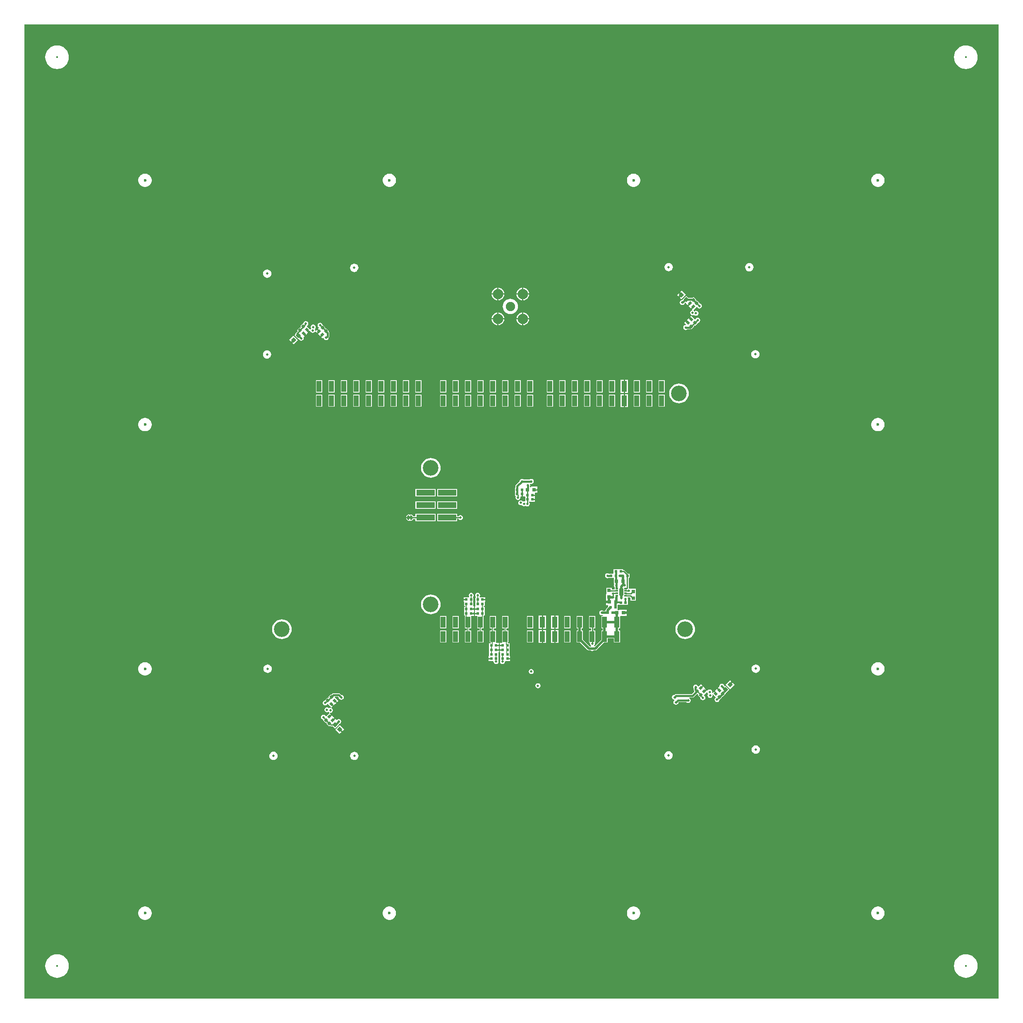
<source format=gbl>
G04*
G04 #@! TF.GenerationSoftware,Altium Limited,Altium Designer,20.0.13 (296)*
G04*
G04 Layer_Physical_Order=4*
G04 Layer_Color=16711680*
%FSLAX24Y24*%
%MOIN*%
G70*
G01*
G75*
%ADD10C,0.0059*%
%ADD11C,0.0060*%
%ADD14R,0.0236X0.0217*%
G04:AMPARAMS|DCode=20|XSize=19.7mil|YSize=23.6mil|CornerRadius=0mil|HoleSize=0mil|Usage=FLASHONLY|Rotation=135.000|XOffset=0mil|YOffset=0mil|HoleType=Round|Shape=Rectangle|*
%AMROTATEDRECTD20*
4,1,4,0.0153,0.0014,-0.0014,-0.0153,-0.0153,-0.0014,0.0014,0.0153,0.0153,0.0014,0.0*
%
%ADD20ROTATEDRECTD20*%

G04:AMPARAMS|DCode=22|XSize=19.7mil|YSize=23.6mil|CornerRadius=0mil|HoleSize=0mil|Usage=FLASHONLY|Rotation=45.000|XOffset=0mil|YOffset=0mil|HoleType=Round|Shape=Rectangle|*
%AMROTATEDRECTD22*
4,1,4,0.0014,-0.0153,-0.0153,0.0014,-0.0014,0.0153,0.0153,-0.0014,0.0014,-0.0153,0.0*
%
%ADD22ROTATEDRECTD22*%

%ADD64C,0.0098*%
%ADD66C,0.0197*%
%ADD67C,0.0157*%
%ADD68C,0.0118*%
%ADD70C,0.0748*%
%ADD71C,0.0827*%
%ADD72C,0.0157*%
%ADD73C,0.1260*%
%ADD74C,0.0197*%
%ADD75C,0.0236*%
%ADD77C,0.0100*%
%ADD78R,0.0236X0.0197*%
G04:AMPARAMS|DCode=79|XSize=11.8mil|YSize=21.7mil|CornerRadius=3mil|HoleSize=0mil|Usage=FLASHONLY|Rotation=270.000|XOffset=0mil|YOffset=0mil|HoleType=Round|Shape=RoundedRectangle|*
%AMROUNDEDRECTD79*
21,1,0.0118,0.0157,0,0,270.0*
21,1,0.0059,0.0217,0,0,270.0*
1,1,0.0059,-0.0079,-0.0030*
1,1,0.0059,-0.0079,0.0030*
1,1,0.0059,0.0079,0.0030*
1,1,0.0059,0.0079,-0.0030*
%
%ADD79ROUNDEDRECTD79*%
G04:AMPARAMS|DCode=80|XSize=63mil|YSize=33.5mil|CornerRadius=8.4mil|HoleSize=0mil|Usage=FLASHONLY|Rotation=270.000|XOffset=0mil|YOffset=0mil|HoleType=Round|Shape=RoundedRectangle|*
%AMROUNDEDRECTD80*
21,1,0.0630,0.0167,0,0,270.0*
21,1,0.0463,0.0335,0,0,270.0*
1,1,0.0167,-0.0084,-0.0231*
1,1,0.0167,-0.0084,0.0231*
1,1,0.0167,0.0084,0.0231*
1,1,0.0167,0.0084,-0.0231*
%
%ADD80ROUNDEDRECTD80*%
%ADD81C,0.0079*%
%ADD82R,0.0402X0.0862*%
%ADD83R,0.1500X0.0500*%
%ADD84R,0.0295X0.0315*%
G04:AMPARAMS|DCode=85|XSize=31.5mil|YSize=29.5mil|CornerRadius=0mil|HoleSize=0mil|Usage=FLASHONLY|Rotation=225.000|XOffset=0mil|YOffset=0mil|HoleType=Round|Shape=Rectangle|*
%AMROTATEDRECTD85*
4,1,4,0.0007,0.0216,0.0216,0.0007,-0.0007,-0.0216,-0.0216,-0.0007,0.0007,0.0216,0.0*
%
%ADD85ROTATEDRECTD85*%

G04:AMPARAMS|DCode=86|XSize=31.5mil|YSize=29.5mil|CornerRadius=0mil|HoleSize=0mil|Usage=FLASHONLY|Rotation=135.000|XOffset=0mil|YOffset=0mil|HoleType=Round|Shape=Rectangle|*
%AMROTATEDRECTD86*
4,1,4,0.0216,-0.0007,0.0007,-0.0216,-0.0216,0.0007,-0.0007,0.0216,0.0216,-0.0007,0.0*
%
%ADD86ROTATEDRECTD86*%

%ADD87R,0.0315X0.0295*%
%ADD88C,0.0200*%
G36*
X78620Y120D02*
X120D01*
Y78620D01*
X78620D01*
Y120D01*
D02*
G37*
%LPC*%
G36*
X75984Y76934D02*
X75799Y76915D01*
X75621Y76861D01*
X75457Y76774D01*
X75313Y76656D01*
X75195Y76512D01*
X75107Y76348D01*
X75053Y76169D01*
X75035Y75984D01*
X75053Y75799D01*
X75107Y75621D01*
X75195Y75457D01*
X75313Y75313D01*
X75457Y75195D01*
X75621Y75107D01*
X75799Y75053D01*
X75984Y75035D01*
X76169Y75053D01*
X76348Y75107D01*
X76512Y75195D01*
X76656Y75313D01*
X76774Y75457D01*
X76861Y75621D01*
X76915Y75799D01*
X76934Y75984D01*
X76915Y76169D01*
X76861Y76348D01*
X76774Y76512D01*
X76656Y76656D01*
X76512Y76774D01*
X76348Y76861D01*
X76169Y76915D01*
X75984Y76934D01*
D02*
G37*
G36*
X2756D02*
X2571Y76915D01*
X2393Y76861D01*
X2228Y76774D01*
X2085Y76656D01*
X1966Y76512D01*
X1879Y76348D01*
X1825Y76169D01*
X1806Y75984D01*
X1825Y75799D01*
X1879Y75621D01*
X1966Y75457D01*
X2085Y75313D01*
X2228Y75195D01*
X2393Y75107D01*
X2571Y75053D01*
X2756Y75035D01*
X2941Y75053D01*
X3119Y75107D01*
X3283Y75195D01*
X3427Y75313D01*
X3545Y75457D01*
X3633Y75621D01*
X3687Y75799D01*
X3705Y75984D01*
X3687Y76169D01*
X3633Y76348D01*
X3545Y76512D01*
X3427Y76656D01*
X3283Y76774D01*
X3119Y76861D01*
X2941Y76915D01*
X2756Y76934D01*
D02*
G37*
G36*
X9895Y66599D02*
X9790D01*
X9686Y66578D01*
X9589Y66538D01*
X9501Y66479D01*
X9426Y66405D01*
X9367Y66317D01*
X9327Y66219D01*
X9306Y66116D01*
Y66010D01*
X9327Y65907D01*
X9367Y65809D01*
X9426Y65721D01*
X9501Y65647D01*
X9589Y65588D01*
X9686Y65548D01*
X9790Y65527D01*
X9895D01*
X9999Y65548D01*
X10096Y65588D01*
X10184Y65647D01*
X10259Y65721D01*
X10318Y65809D01*
X10358Y65907D01*
X10379Y66010D01*
Y66116D01*
X10358Y66219D01*
X10318Y66317D01*
X10259Y66405D01*
X10184Y66479D01*
X10096Y66538D01*
X9999Y66578D01*
X9895Y66599D01*
D02*
G37*
G36*
X68950Y66599D02*
X68845D01*
X68741Y66578D01*
X68644Y66538D01*
X68556Y66479D01*
X68481Y66405D01*
X68423Y66317D01*
X68382Y66219D01*
X68362Y66116D01*
Y66010D01*
X68382Y65907D01*
X68423Y65809D01*
X68481Y65721D01*
X68556Y65647D01*
X68644Y65588D01*
X68741Y65548D01*
X68845Y65527D01*
X68950D01*
X69054Y65548D01*
X69152Y65588D01*
X69239Y65647D01*
X69314Y65721D01*
X69373Y65809D01*
X69413Y65907D01*
X69434Y66010D01*
Y66116D01*
X69413Y66219D01*
X69373Y66317D01*
X69314Y66405D01*
X69239Y66479D01*
X69152Y66538D01*
X69054Y66578D01*
X68950Y66599D01*
D02*
G37*
G36*
X49265D02*
X49160D01*
X49056Y66578D01*
X48959Y66538D01*
X48871Y66479D01*
X48796Y66405D01*
X48738Y66317D01*
X48697Y66219D01*
X48677Y66116D01*
Y66010D01*
X48697Y65907D01*
X48738Y65809D01*
X48796Y65721D01*
X48871Y65647D01*
X48959Y65588D01*
X49056Y65548D01*
X49160Y65527D01*
X49265D01*
X49369Y65548D01*
X49467Y65588D01*
X49554Y65647D01*
X49629Y65721D01*
X49688Y65809D01*
X49728Y65907D01*
X49749Y66010D01*
Y66116D01*
X49728Y66219D01*
X49688Y66317D01*
X49629Y66405D01*
X49554Y66479D01*
X49467Y66538D01*
X49369Y66578D01*
X49265Y66599D01*
D02*
G37*
G36*
X29580D02*
X29475D01*
X29371Y66578D01*
X29274Y66538D01*
X29186Y66479D01*
X29111Y66405D01*
X29052Y66317D01*
X29012Y66219D01*
X28991Y66116D01*
Y66010D01*
X29012Y65907D01*
X29052Y65809D01*
X29111Y65721D01*
X29186Y65647D01*
X29274Y65588D01*
X29371Y65548D01*
X29475Y65527D01*
X29580D01*
X29684Y65548D01*
X29781Y65588D01*
X29869Y65647D01*
X29944Y65721D01*
X30003Y65809D01*
X30043Y65907D01*
X30064Y66010D01*
Y66116D01*
X30043Y66219D01*
X30003Y66317D01*
X29944Y66405D01*
X29869Y66479D01*
X29781Y66538D01*
X29684Y66578D01*
X29580Y66599D01*
D02*
G37*
G36*
X52037Y59405D02*
X51950Y59394D01*
X51868Y59360D01*
X51798Y59307D01*
X51745Y59237D01*
X51711Y59155D01*
X51699Y59068D01*
X51711Y58981D01*
X51745Y58899D01*
X51798Y58829D01*
X51868Y58776D01*
X51950Y58742D01*
X52037Y58730D01*
X52124Y58742D01*
X52206Y58776D01*
X52276Y58829D01*
X52329Y58899D01*
X52363Y58981D01*
X52374Y59068D01*
X52363Y59155D01*
X52329Y59237D01*
X52276Y59307D01*
X52206Y59360D01*
X52124Y59394D01*
X52037Y59405D01*
D02*
G37*
G36*
X58537Y59403D02*
X58449Y59391D01*
X58368Y59357D01*
X58298Y59304D01*
X58245Y59234D01*
X58211Y59153D01*
X58199Y59065D01*
X58211Y58978D01*
X58245Y58896D01*
X58298Y58826D01*
X58368Y58773D01*
X58449Y58739D01*
X58537Y58728D01*
X58624Y58739D01*
X58706Y58773D01*
X58775Y58826D01*
X58829Y58896D01*
X58863Y58978D01*
X58874Y59065D01*
X58863Y59153D01*
X58829Y59234D01*
X58775Y59304D01*
X58706Y59357D01*
X58624Y59391D01*
X58537Y59403D01*
D02*
G37*
G36*
X26707Y59347D02*
X26620Y59335D01*
X26538Y59302D01*
X26468Y59248D01*
X26415Y59178D01*
X26381Y59097D01*
X26369Y59009D01*
X26381Y58922D01*
X26415Y58840D01*
X26468Y58771D01*
X26538Y58717D01*
X26620Y58683D01*
X26707Y58672D01*
X26794Y58683D01*
X26876Y58717D01*
X26946Y58771D01*
X26999Y58840D01*
X27033Y58922D01*
X27045Y59009D01*
X27033Y59097D01*
X26999Y59178D01*
X26946Y59248D01*
X26876Y59302D01*
X26794Y59335D01*
X26707Y59347D01*
D02*
G37*
G36*
X19682Y58881D02*
X19595Y58870D01*
X19513Y58836D01*
X19443Y58782D01*
X19390Y58713D01*
X19356Y58631D01*
X19344Y58544D01*
X19356Y58456D01*
X19390Y58375D01*
X19443Y58305D01*
X19513Y58251D01*
X19595Y58218D01*
X19682Y58206D01*
X19769Y58218D01*
X19851Y58251D01*
X19921Y58305D01*
X19974Y58375D01*
X20008Y58456D01*
X20019Y58544D01*
X20008Y58631D01*
X19974Y58713D01*
X19921Y58782D01*
X19851Y58836D01*
X19769Y58870D01*
X19682Y58881D01*
D02*
G37*
G36*
X38325Y57411D02*
Y56951D01*
X38785D01*
X38774Y57035D01*
X38723Y57160D01*
X38641Y57267D01*
X38534Y57349D01*
X38409Y57400D01*
X38325Y57411D01*
D02*
G37*
G36*
X40325D02*
Y56951D01*
X40785D01*
X40774Y57035D01*
X40723Y57160D01*
X40641Y57267D01*
X40534Y57349D01*
X40409Y57400D01*
X40325Y57411D01*
D02*
G37*
G36*
X38226Y57411D02*
X38142Y57400D01*
X38017Y57349D01*
X37911Y57267D01*
X37829Y57160D01*
X37777Y57035D01*
X37766Y56951D01*
X38226D01*
Y57411D01*
D02*
G37*
G36*
X40226D02*
X40142Y57400D01*
X40017Y57349D01*
X39911Y57267D01*
X39829Y57160D01*
X39777Y57035D01*
X39766Y56951D01*
X40226D01*
Y57411D01*
D02*
G37*
G36*
X53075Y57188D02*
X52713Y56826D01*
X53061Y56478D01*
X53423Y56840D01*
X53075Y57188D01*
D02*
G37*
G36*
X53451Y56756D02*
X53145Y56450D01*
Y56450D01*
X53116Y56408D01*
X53061Y56397D01*
X52996Y56354D01*
X52952Y56288D01*
X52937Y56212D01*
X52952Y56135D01*
X52996Y56070D01*
X53061Y56026D01*
X53138Y56011D01*
X53215Y56026D01*
X53280Y56070D01*
X53323Y56135D01*
X53334Y56190D01*
X53381Y56213D01*
X53421Y56173D01*
X53454Y56137D01*
Y56137D01*
X53730Y55862D01*
X53958Y55634D01*
X53940Y55581D01*
X53888Y55570D01*
X53823Y55527D01*
X53779Y55462D01*
X53764Y55385D01*
X53779Y55308D01*
X53823Y55243D01*
X53888Y55199D01*
X53965Y55184D01*
X54041Y55199D01*
X54083Y55227D01*
X54098Y55204D01*
X54163Y55160D01*
X54240Y55145D01*
X54317Y55160D01*
X54382Y55204D01*
X54426Y55269D01*
X54441Y55346D01*
X54426Y55422D01*
X54382Y55487D01*
X54317Y55531D01*
X54240Y55546D01*
X54163Y55531D01*
X54122Y55503D01*
X54106Y55527D01*
X54056Y55560D01*
X54044Y55608D01*
X54045Y55621D01*
X54280Y55855D01*
X54290Y55857D01*
X54341Y55845D01*
X54373Y55798D01*
X54438Y55755D01*
X54514Y55739D01*
X54591Y55755D01*
X54656Y55798D01*
X54700Y55863D01*
X54715Y55940D01*
X54700Y56017D01*
X54656Y56082D01*
X54591Y56126D01*
X54570Y56130D01*
X54537Y56168D01*
X54537Y56168D01*
X54537Y56168D01*
X54315Y56391D01*
X54289Y56365D01*
X54236Y56418D01*
X54262Y56444D01*
X54039Y56666D01*
X53970Y56597D01*
X53935Y56604D01*
X53603D01*
X53451Y56756D01*
D02*
G37*
G36*
X40226Y56852D02*
X39766D01*
X39777Y56768D01*
X39829Y56643D01*
X39911Y56537D01*
X40017Y56455D01*
X40142Y56403D01*
X40226Y56392D01*
Y56852D01*
D02*
G37*
G36*
X38226D02*
X37766D01*
X37777Y56768D01*
X37829Y56643D01*
X37911Y56537D01*
X38017Y56455D01*
X38142Y56403D01*
X38226Y56392D01*
Y56852D01*
D02*
G37*
G36*
X40785D02*
X40325D01*
Y56392D01*
X40409Y56403D01*
X40534Y56455D01*
X40641Y56537D01*
X40723Y56643D01*
X40774Y56768D01*
X40785Y56852D01*
D02*
G37*
G36*
X38785D02*
X38325D01*
Y56392D01*
X38409Y56403D01*
X38534Y56455D01*
X38641Y56537D01*
X38723Y56643D01*
X38774Y56768D01*
X38785Y56852D01*
D02*
G37*
G36*
X39276Y56515D02*
X39156Y56503D01*
X39041Y56468D01*
X38935Y56411D01*
X38842Y56335D01*
X38766Y56242D01*
X38709Y56136D01*
X38674Y56021D01*
X38662Y55902D01*
X38674Y55782D01*
X38709Y55667D01*
X38766Y55561D01*
X38842Y55468D01*
X38935Y55392D01*
X39041Y55335D01*
X39156Y55300D01*
X39276Y55288D01*
X39395Y55300D01*
X39510Y55335D01*
X39616Y55392D01*
X39709Y55468D01*
X39785Y55561D01*
X39842Y55667D01*
X39877Y55782D01*
X39889Y55902D01*
X39877Y56021D01*
X39842Y56136D01*
X39785Y56242D01*
X39709Y56335D01*
X39616Y56411D01*
X39510Y56468D01*
X39395Y56503D01*
X39276Y56515D01*
D02*
G37*
G36*
X38325Y55411D02*
Y54951D01*
X38785D01*
X38774Y55035D01*
X38723Y55160D01*
X38641Y55267D01*
X38534Y55349D01*
X38409Y55400D01*
X38325Y55411D01*
D02*
G37*
G36*
X40325D02*
Y54951D01*
X40785D01*
X40774Y55035D01*
X40723Y55160D01*
X40641Y55267D01*
X40534Y55349D01*
X40409Y55400D01*
X40325Y55411D01*
D02*
G37*
G36*
X38226Y55411D02*
X38142Y55400D01*
X38017Y55349D01*
X37911Y55267D01*
X37829Y55160D01*
X37777Y55035D01*
X37766Y54951D01*
X38226D01*
Y55411D01*
D02*
G37*
G36*
X40226D02*
X40142Y55400D01*
X40017Y55349D01*
X39911Y55267D01*
X39829Y55160D01*
X39777Y55035D01*
X39766Y54951D01*
X40226D01*
Y55411D01*
D02*
G37*
G36*
X53851Y55147D02*
X53572Y54869D01*
X53297Y54593D01*
X53440Y54450D01*
X53415Y54404D01*
X53413Y54405D01*
X53337Y54389D01*
X53271Y54346D01*
X53228Y54281D01*
X53213Y54204D01*
X53228Y54127D01*
X53271Y54062D01*
X53337Y54018D01*
X53413Y54003D01*
X53490Y54018D01*
X53555Y54062D01*
X53556Y54063D01*
X53743D01*
X53796Y54074D01*
X53842Y54104D01*
X53881Y54064D01*
X54104Y54287D01*
X54057Y54334D01*
X54110Y54387D01*
X54157Y54340D01*
X54380Y54563D01*
X54380Y54563D01*
X54380D01*
X54413Y54600D01*
X54451Y54607D01*
X54516Y54651D01*
X54560Y54716D01*
X54575Y54793D01*
X54560Y54870D01*
X54516Y54935D01*
X54451Y54978D01*
X54375Y54994D01*
X54298Y54978D01*
X54233Y54935D01*
X54193Y54875D01*
X54175Y54867D01*
X54137Y54861D01*
X53851Y55147D01*
D02*
G37*
G36*
X40226Y54852D02*
X39766D01*
X39777Y54768D01*
X39829Y54643D01*
X39911Y54537D01*
X40017Y54455D01*
X40142Y54403D01*
X40226Y54392D01*
Y54852D01*
D02*
G37*
G36*
X38226D02*
X37766D01*
X37777Y54768D01*
X37829Y54643D01*
X37911Y54537D01*
X38017Y54455D01*
X38142Y54403D01*
X38226Y54392D01*
Y54852D01*
D02*
G37*
G36*
X40785D02*
X40325D01*
Y54392D01*
X40409Y54403D01*
X40534Y54455D01*
X40641Y54537D01*
X40723Y54643D01*
X40774Y54768D01*
X40785Y54852D01*
D02*
G37*
G36*
X38785D02*
X38325D01*
Y54392D01*
X38409Y54403D01*
X38534Y54455D01*
X38641Y54537D01*
X38723Y54643D01*
X38774Y54768D01*
X38785Y54852D01*
D02*
G37*
G36*
X22800Y54715D02*
X22723Y54700D01*
X22658Y54656D01*
X22615Y54591D01*
X22605Y54545D01*
X22591Y54540D01*
X22591D01*
X22368Y54318D01*
X22435Y54251D01*
X22363Y54178D01*
X22315Y54225D01*
X22093Y54003D01*
X22162Y53934D01*
X21992Y53764D01*
X21968Y53728D01*
X21959Y53686D01*
X21965Y53659D01*
X21885Y53579D01*
X22191Y53272D01*
X22196Y53277D01*
X22236Y53265D01*
X22246Y53257D01*
X22287Y53196D01*
X22352Y53152D01*
X22429Y53137D01*
X22506Y53152D01*
X22571Y53196D01*
X22615Y53261D01*
X22630Y53338D01*
X22624Y53369D01*
X22622Y53418D01*
X22890Y53686D01*
X22900Y53696D01*
X22908Y53743D01*
X23108Y53943D01*
X23162Y53927D01*
X23170Y53888D01*
X23213Y53823D01*
X23278Y53779D01*
X23355Y53764D01*
X23432Y53779D01*
X23497Y53823D01*
X23523Y53862D01*
X23569Y53877D01*
X23589Y53877D01*
X23589Y53877D01*
X23597Y53869D01*
X23851Y53615D01*
X24126Y53339D01*
X24191Y53403D01*
X24237Y53379D01*
X24236Y53377D01*
X24252Y53300D01*
X24295Y53235D01*
X24360Y53192D01*
X24437Y53176D01*
X24514Y53192D01*
X24579Y53235D01*
X24622Y53300D01*
X24638Y53377D01*
X24636Y53388D01*
X24654Y53406D01*
X24685Y53452D01*
X24696Y53506D01*
Y53771D01*
X24685Y53825D01*
X24654Y53870D01*
X24628Y53897D01*
X24655Y53924D01*
X24433Y54147D01*
X24385Y54099D01*
X24333Y54152D01*
X24380Y54199D01*
X24157Y54422D01*
Y54422D01*
X24127Y54460D01*
X24089Y54516D01*
X24024Y54560D01*
X23947Y54575D01*
X23871Y54560D01*
X23805Y54516D01*
X23762Y54451D01*
X23747Y54375D01*
X23762Y54298D01*
X23805Y54233D01*
X23836Y54212D01*
X23841Y54162D01*
X23603Y53924D01*
X23598Y53919D01*
X23583Y53926D01*
X23556Y53965D01*
X23541Y54041D01*
X23513Y54083D01*
X23537Y54098D01*
X23580Y54163D01*
X23595Y54240D01*
X23580Y54317D01*
X23537Y54382D01*
X23471Y54426D01*
X23395Y54441D01*
X23318Y54426D01*
X23253Y54382D01*
X23209Y54317D01*
X23194Y54240D01*
X23209Y54163D01*
X23237Y54122D01*
X23213Y54106D01*
X23188Y54069D01*
X23126Y54060D01*
X22900Y54287D01*
X22908Y54350D01*
X22942Y54373D01*
X22985Y54438D01*
X23001Y54514D01*
X22985Y54591D01*
X22942Y54656D01*
X22877Y54700D01*
X22800Y54715D01*
D02*
G37*
G36*
X21801Y53551D02*
X21453Y53203D01*
X21815Y52841D01*
X22163Y53189D01*
X21801Y53551D01*
D02*
G37*
G36*
X59023Y52385D02*
X58936Y52373D01*
X58854Y52339D01*
X58784Y52286D01*
X58731Y52216D01*
X58697Y52134D01*
X58686Y52047D01*
X58697Y51960D01*
X58731Y51878D01*
X58784Y51808D01*
X58854Y51755D01*
X58936Y51721D01*
X59023Y51710D01*
X59111Y51721D01*
X59192Y51755D01*
X59262Y51808D01*
X59315Y51878D01*
X59349Y51960D01*
X59361Y52047D01*
X59349Y52134D01*
X59315Y52216D01*
X59262Y52286D01*
X59192Y52339D01*
X59111Y52373D01*
X59023Y52385D01*
D02*
G37*
G36*
X19679Y52367D02*
X19592Y52356D01*
X19510Y52322D01*
X19440Y52269D01*
X19387Y52199D01*
X19353Y52117D01*
X19342Y52030D01*
X19353Y51943D01*
X19387Y51861D01*
X19440Y51791D01*
X19510Y51738D01*
X19592Y51704D01*
X19679Y51692D01*
X19767Y51704D01*
X19848Y51738D01*
X19918Y51791D01*
X19971Y51861D01*
X20005Y51943D01*
X20017Y52030D01*
X20005Y52117D01*
X19971Y52199D01*
X19918Y52269D01*
X19848Y52322D01*
X19767Y52356D01*
X19679Y52367D01*
D02*
G37*
G36*
X32130Y49951D02*
X31610D01*
Y48970D01*
X32130D01*
Y49951D01*
D02*
G37*
G36*
X31130D02*
X30610D01*
Y48970D01*
X31130D01*
Y49951D01*
D02*
G37*
G36*
X30130D02*
X29610D01*
Y48970D01*
X30130D01*
Y49951D01*
D02*
G37*
G36*
X29130D02*
X28610D01*
Y48970D01*
X29130D01*
Y49951D01*
D02*
G37*
G36*
X28130D02*
X27610D01*
Y48970D01*
X28130D01*
Y49951D01*
D02*
G37*
G36*
X27130D02*
X26610D01*
Y48970D01*
X27130D01*
Y49951D01*
D02*
G37*
G36*
X26130D02*
X25610D01*
Y48970D01*
X26130D01*
Y49951D01*
D02*
G37*
G36*
X25130D02*
X24610D01*
Y48970D01*
X25130D01*
Y49951D01*
D02*
G37*
G36*
X24130D02*
X23610D01*
Y48970D01*
X24130D01*
Y49951D01*
D02*
G37*
G36*
X51730Y49951D02*
X51210D01*
Y48970D01*
X51730D01*
Y49951D01*
D02*
G37*
G36*
X50730D02*
X50210D01*
Y48970D01*
X50730D01*
Y49951D01*
D02*
G37*
G36*
X49730D02*
X49210D01*
Y48970D01*
X49730D01*
Y49951D01*
D02*
G37*
G36*
X47730D02*
X47210D01*
Y48970D01*
X47730D01*
Y49951D01*
D02*
G37*
G36*
X46730D02*
X46210D01*
Y48970D01*
X46730D01*
Y49951D01*
D02*
G37*
G36*
X45730D02*
X45210D01*
Y48970D01*
X45730D01*
Y49951D01*
D02*
G37*
G36*
X44730D02*
X44210D01*
Y48970D01*
X44730D01*
Y49951D01*
D02*
G37*
G36*
X43730D02*
X43210D01*
Y48970D01*
X43730D01*
Y49951D01*
D02*
G37*
G36*
X42730D02*
X42210D01*
Y48970D01*
X42730D01*
Y49951D01*
D02*
G37*
G36*
X41130Y49951D02*
X40610D01*
Y48970D01*
X41130D01*
Y49951D01*
D02*
G37*
G36*
X40130D02*
X39610D01*
Y48970D01*
X40130D01*
Y49951D01*
D02*
G37*
G36*
X39130D02*
X38610D01*
Y48970D01*
X39130D01*
Y49951D01*
D02*
G37*
G36*
X38130D02*
X37610D01*
Y48970D01*
X38130D01*
Y49951D01*
D02*
G37*
G36*
X37130D02*
X36610D01*
Y48970D01*
X37130D01*
Y49951D01*
D02*
G37*
G36*
X36130D02*
X35610D01*
Y48970D01*
X36130D01*
Y49951D01*
D02*
G37*
G36*
X35130D02*
X34610D01*
Y48970D01*
X35130D01*
Y49951D01*
D02*
G37*
G36*
X34130D02*
X33610D01*
Y48970D01*
X34130D01*
Y49951D01*
D02*
G37*
G36*
X48769Y49990D02*
X48171D01*
Y48931D01*
X48769D01*
Y49990D01*
D02*
G37*
G36*
X52870Y49675D02*
X52716Y49660D01*
X52567Y49615D01*
X52430Y49542D01*
X52311Y49443D01*
X52212Y49324D01*
X52139Y49187D01*
X52094Y49038D01*
X52079Y48884D01*
X52094Y48730D01*
X52139Y48581D01*
X52212Y48444D01*
X52311Y48324D01*
X52430Y48226D01*
X52567Y48153D01*
X52716Y48108D01*
X52870Y48093D01*
X53024Y48108D01*
X53173Y48153D01*
X53310Y48226D01*
X53430Y48324D01*
X53528Y48444D01*
X53601Y48581D01*
X53646Y48730D01*
X53661Y48884D01*
X53646Y49038D01*
X53601Y49187D01*
X53528Y49324D01*
X53430Y49443D01*
X53310Y49542D01*
X53173Y49615D01*
X53024Y49660D01*
X52870Y49675D01*
D02*
G37*
G36*
X29130Y48797D02*
X28610D01*
Y47817D01*
X29130D01*
Y48797D01*
D02*
G37*
G36*
X32130Y48797D02*
X31610D01*
Y47817D01*
X32130D01*
Y48797D01*
D02*
G37*
G36*
X31130D02*
X30610D01*
Y47817D01*
X31130D01*
Y48797D01*
D02*
G37*
G36*
X30130D02*
X29610D01*
Y47817D01*
X30130D01*
Y48797D01*
D02*
G37*
G36*
X28130D02*
X27610D01*
Y47817D01*
X28130D01*
Y48797D01*
D02*
G37*
G36*
X27130D02*
X26610D01*
Y47817D01*
X27130D01*
Y48797D01*
D02*
G37*
G36*
X26130D02*
X25610D01*
Y47817D01*
X26130D01*
Y48797D01*
D02*
G37*
G36*
X25130D02*
X24610D01*
Y47817D01*
X25130D01*
Y48797D01*
D02*
G37*
G36*
X24130D02*
X23610D01*
Y47817D01*
X24130D01*
Y48797D01*
D02*
G37*
G36*
X49730Y48797D02*
X49210D01*
Y47817D01*
X49730D01*
Y48797D01*
D02*
G37*
G36*
X47730D02*
X47210D01*
Y47817D01*
X47730D01*
Y48797D01*
D02*
G37*
G36*
X46730D02*
X46210D01*
Y47817D01*
X46730D01*
Y48797D01*
D02*
G37*
G36*
X43730D02*
X43210D01*
Y47817D01*
X43730D01*
Y48797D01*
D02*
G37*
G36*
X42730D02*
X42210D01*
Y47817D01*
X42730D01*
Y48797D01*
D02*
G37*
G36*
X39130D02*
X38610D01*
Y47817D01*
X39130D01*
Y48797D01*
D02*
G37*
G36*
X51730Y48797D02*
X51210D01*
Y47817D01*
X51730D01*
Y48797D01*
D02*
G37*
G36*
X50730D02*
X50210D01*
Y47817D01*
X50730D01*
Y48797D01*
D02*
G37*
G36*
X45730D02*
X45210D01*
Y47817D01*
X45730D01*
Y48797D01*
D02*
G37*
G36*
X44730D02*
X44210D01*
Y47817D01*
X44730D01*
Y48797D01*
D02*
G37*
G36*
X41130D02*
X40610D01*
Y47817D01*
X41130D01*
Y48797D01*
D02*
G37*
G36*
X40130D02*
X39610D01*
Y47817D01*
X40130D01*
Y48797D01*
D02*
G37*
G36*
X38130D02*
X37610D01*
Y47817D01*
X38130D01*
Y48797D01*
D02*
G37*
G36*
X37130D02*
X36610D01*
Y47817D01*
X37130D01*
Y48797D01*
D02*
G37*
G36*
X36130D02*
X35610D01*
Y47817D01*
X36130D01*
Y48797D01*
D02*
G37*
G36*
X35130D02*
X34610D01*
Y47817D01*
X35130D01*
Y48797D01*
D02*
G37*
G36*
X34130D02*
X33610D01*
Y47817D01*
X34130D01*
Y48797D01*
D02*
G37*
G36*
X48769Y48837D02*
X48171D01*
Y47778D01*
X48769D01*
Y48837D01*
D02*
G37*
G36*
X9895Y46914D02*
X9790D01*
X9686Y46893D01*
X9589Y46853D01*
X9501Y46794D01*
X9426Y46720D01*
X9367Y46632D01*
X9327Y46534D01*
X9306Y46431D01*
Y46325D01*
X9327Y46222D01*
X9367Y46124D01*
X9426Y46036D01*
X9501Y45962D01*
X9589Y45903D01*
X9686Y45862D01*
X9790Y45842D01*
X9895D01*
X9999Y45862D01*
X10096Y45903D01*
X10184Y45962D01*
X10259Y46036D01*
X10318Y46124D01*
X10358Y46222D01*
X10379Y46325D01*
Y46431D01*
X10358Y46534D01*
X10318Y46632D01*
X10259Y46720D01*
X10184Y46794D01*
X10096Y46853D01*
X9999Y46893D01*
X9895Y46914D01*
D02*
G37*
G36*
X68950Y46914D02*
X68845D01*
X68741Y46893D01*
X68644Y46853D01*
X68556Y46794D01*
X68481Y46720D01*
X68423Y46632D01*
X68382Y46534D01*
X68362Y46431D01*
Y46325D01*
X68382Y46222D01*
X68423Y46124D01*
X68481Y46036D01*
X68556Y45962D01*
X68644Y45903D01*
X68741Y45862D01*
X68845Y45842D01*
X68950D01*
X69054Y45862D01*
X69152Y45903D01*
X69239Y45962D01*
X69314Y46036D01*
X69373Y46124D01*
X69413Y46222D01*
X69434Y46325D01*
Y46431D01*
X69413Y46534D01*
X69373Y46632D01*
X69314Y46720D01*
X69239Y46794D01*
X69152Y46853D01*
X69054Y46893D01*
X68950Y46914D01*
D02*
G37*
G36*
X32870Y43675D02*
X32716Y43660D01*
X32567Y43615D01*
X32430Y43542D01*
X32311Y43443D01*
X32212Y43323D01*
X32139Y43187D01*
X32094Y43038D01*
X32079Y42884D01*
X32094Y42730D01*
X32139Y42581D01*
X32212Y42444D01*
X32311Y42324D01*
X32430Y42226D01*
X32567Y42153D01*
X32716Y42108D01*
X32870Y42093D01*
X33024Y42108D01*
X33173Y42153D01*
X33310Y42226D01*
X33430Y42324D01*
X33528Y42444D01*
X33601Y42581D01*
X33646Y42730D01*
X33661Y42884D01*
X33646Y43038D01*
X33601Y43187D01*
X33528Y43323D01*
X33430Y43443D01*
X33310Y43542D01*
X33173Y43615D01*
X33024Y43660D01*
X32870Y43675D01*
D02*
G37*
G36*
X40972Y42003D02*
X40896Y41988D01*
X40831Y41944D01*
X40830Y41943D01*
X40367D01*
X40366Y41944D01*
X40301Y41988D01*
X40224Y42003D01*
X40148Y41988D01*
X40082Y41944D01*
X40039Y41879D01*
X40024Y41802D01*
X40024Y41801D01*
X39731Y41508D01*
X39701Y41462D01*
X39690Y41409D01*
Y41290D01*
X39654D01*
Y40975D01*
X39654D01*
Y40936D01*
X39654D01*
Y40621D01*
X39686D01*
X39714Y40571D01*
X39701Y40506D01*
X39716Y40429D01*
X39760Y40364D01*
X39825Y40321D01*
X39902Y40305D01*
X39978Y40321D01*
X40043Y40364D01*
X40087Y40429D01*
X40102Y40506D01*
X40095Y40543D01*
X40127Y40582D01*
X40441D01*
X40446Y40578D01*
X40480Y40542D01*
Y40503D01*
X40480D01*
Y40224D01*
X40477Y40218D01*
X40431Y40187D01*
X40378Y40198D01*
X40301Y40182D01*
X40292Y40176D01*
X40260Y40224D01*
X40195Y40268D01*
X40118Y40283D01*
X40041Y40268D01*
X39976Y40224D01*
X39932Y40159D01*
X39917Y40082D01*
X39932Y40005D01*
X39976Y39940D01*
X40041Y39897D01*
X40118Y39882D01*
X40195Y39897D01*
X40204Y39903D01*
X40236Y39855D01*
X40301Y39811D01*
X40378Y39796D01*
X40455Y39811D01*
X40500Y39842D01*
X40564Y39800D01*
X40641Y39784D01*
X40717Y39800D01*
X40783Y39843D01*
X40826Y39908D01*
X40841Y39985D01*
X40826Y40062D01*
X40783Y40127D01*
X40766Y40138D01*
X40781Y40188D01*
X40835D01*
X40835Y40149D01*
X41268D01*
Y40503D01*
Y40877D01*
X41445D01*
Y41389D01*
X40953D01*
Y41310D01*
X40900D01*
X40874Y41349D01*
X40874D01*
X40851Y41393D01*
X40863Y41410D01*
X40878Y41487D01*
X40863Y41564D01*
X40845Y41591D01*
X40881Y41627D01*
X40896Y41617D01*
X40972Y41602D01*
X41049Y41617D01*
X41114Y41660D01*
X41158Y41725D01*
X41173Y41802D01*
X41158Y41879D01*
X41114Y41944D01*
X41049Y41988D01*
X40972Y42003D01*
D02*
G37*
G36*
X35004Y41193D02*
X33386D01*
Y40575D01*
X35004D01*
Y41193D01*
D02*
G37*
G36*
X33254D02*
X31636D01*
Y40575D01*
X33254D01*
Y41193D01*
D02*
G37*
G36*
X35004Y40193D02*
X33386D01*
Y39575D01*
X35004D01*
Y40193D01*
D02*
G37*
G36*
X33254D02*
X31636D01*
Y39575D01*
X33254D01*
Y40193D01*
D02*
G37*
G36*
Y39193D02*
X31636D01*
Y38993D01*
X31444D01*
X31441Y38998D01*
X31434Y39016D01*
X31417Y39037D01*
X31412Y39046D01*
X31409Y39048D01*
X31403Y39056D01*
X31402Y39058D01*
X31398Y39062D01*
X31391Y39071D01*
X31380Y39079D01*
X31369Y39090D01*
X31363Y39093D01*
X31362Y39093D01*
X31358Y39099D01*
X31341Y39110D01*
X31336Y39113D01*
X31333Y39114D01*
X31322Y39121D01*
X31314Y39123D01*
X31307Y39128D01*
X31277Y39138D01*
X31272Y39140D01*
X31269Y39140D01*
X31267Y39141D01*
X31261Y39140D01*
X31247Y39143D01*
X31231Y39140D01*
X31227Y39140D01*
X31221Y39138D01*
X31212Y39136D01*
X31207Y39133D01*
X31207Y39133D01*
X31177Y39119D01*
X31141Y39136D01*
X31137Y39137D01*
X31135Y39138D01*
X31123Y39139D01*
X31118Y39140D01*
X31105Y39145D01*
X31096Y39142D01*
X31087Y39142D01*
X31040Y39127D01*
X31033Y39121D01*
X31024Y39120D01*
X30999Y39103D01*
X30995Y39097D01*
X30989Y39095D01*
X30978Y39084D01*
X30961Y39071D01*
X30943Y39047D01*
X30937Y39041D01*
X30936Y39038D01*
X30931Y39031D01*
X30929Y39030D01*
X30927Y39026D01*
X30919Y39016D01*
X30915Y39005D01*
X30906Y38991D01*
X30905Y38983D01*
X30900Y38977D01*
X30893Y38953D01*
X30892Y38951D01*
X30892Y38950D01*
X30889Y38940D01*
X30890Y38932D01*
X30889Y38927D01*
X30886Y38920D01*
X30887Y38910D01*
X30881Y38882D01*
X30888Y38851D01*
X30888Y38846D01*
X30888Y38833D01*
X30890Y38829D01*
X30892Y38815D01*
X30892Y38813D01*
X30902Y38785D01*
X30906Y38781D01*
X30907Y38778D01*
X30908Y38773D01*
X30912Y38766D01*
X30919Y38749D01*
X30936Y38728D01*
X30941Y38719D01*
X30944Y38717D01*
X30950Y38709D01*
X30951Y38707D01*
X30955Y38703D01*
X30961Y38694D01*
X30973Y38685D01*
X30984Y38675D01*
X30990Y38672D01*
X30991Y38672D01*
X30994Y38666D01*
X31012Y38655D01*
X31017Y38652D01*
X31020Y38651D01*
X31031Y38644D01*
X31039Y38642D01*
X31046Y38637D01*
X31076Y38627D01*
X31081Y38625D01*
X31084Y38625D01*
X31085Y38624D01*
X31092Y38625D01*
X31106Y38622D01*
X31122Y38625D01*
X31126Y38625D01*
X31131Y38627D01*
X31141Y38629D01*
X31145Y38632D01*
X31146Y38632D01*
X31176Y38646D01*
X31212Y38629D01*
X31216Y38628D01*
X31217Y38627D01*
X31230Y38626D01*
X31235Y38625D01*
X31247Y38620D01*
X31256Y38623D01*
X31266Y38623D01*
X31313Y38638D01*
X31320Y38644D01*
X31328Y38645D01*
X31354Y38662D01*
X31357Y38668D01*
X31364Y38670D01*
X31374Y38681D01*
X31391Y38694D01*
X31409Y38718D01*
X31416Y38724D01*
X31416Y38727D01*
X31422Y38734D01*
X31423Y38735D01*
X31426Y38739D01*
X31434Y38749D01*
X31438Y38760D01*
X31445Y38772D01*
X31636D01*
Y38575D01*
X33254D01*
Y39193D01*
D02*
G37*
G36*
X35004D02*
X33386D01*
Y38575D01*
X35004D01*
Y38774D01*
X35097D01*
X35119Y38741D01*
X35184Y38698D01*
X35261Y38683D01*
X35338Y38698D01*
X35403Y38741D01*
X35446Y38807D01*
X35462Y38883D01*
X35446Y38960D01*
X35403Y39025D01*
X35338Y39069D01*
X35261Y39084D01*
X35184Y39069D01*
X35119Y39025D01*
X35098Y38994D01*
X35004D01*
Y39193D01*
D02*
G37*
G36*
X47961Y34725D02*
Y34725D01*
X47951Y34725D01*
X47606D01*
Y34397D01*
X47573Y34375D01*
X47564Y34371D01*
X47556Y34371D01*
X47218D01*
X47191Y34389D01*
X47114Y34405D01*
X47037Y34389D01*
X46972Y34346D01*
X46929Y34281D01*
X46913Y34204D01*
X46929Y34127D01*
X46972Y34062D01*
X47037Y34018D01*
X47114Y34003D01*
X47191Y34018D01*
X47218Y34036D01*
X47556D01*
X47567Y34036D01*
X47612D01*
X47614Y33987D01*
X47614D01*
Y33554D01*
X47623D01*
X47647Y33510D01*
X47635Y33493D01*
X47620Y33416D01*
X47635Y33340D01*
X47679Y33274D01*
X47680Y33274D01*
Y33220D01*
X47691Y33166D01*
X47691Y33166D01*
Y33143D01*
X47693Y33136D01*
X47657Y33086D01*
X47449D01*
Y33220D01*
X47016D01*
Y32806D01*
X47035D01*
Y32727D01*
X46976D01*
Y32235D01*
X46996D01*
Y31822D01*
X47127D01*
X47173Y31812D01*
X47173Y31705D01*
X47020Y31552D01*
X46986Y31500D01*
X46973Y31438D01*
X46973Y31438D01*
Y31379D01*
X46937D01*
Y31372D01*
X46756D01*
X46719Y31397D01*
X46642Y31412D01*
X46565Y31397D01*
X46500Y31354D01*
X46456Y31288D01*
X46441Y31212D01*
X46456Y31135D01*
X46500Y31070D01*
X46565Y31026D01*
X46642Y31011D01*
X46710Y31025D01*
X46742Y31007D01*
X46751Y31001D01*
X46742Y30951D01*
X46610D01*
Y29970D01*
X46710D01*
Y29797D01*
X46610D01*
Y29044D01*
X46074Y28508D01*
X46019Y28510D01*
X46014Y28515D01*
X46023Y28581D01*
X46036Y28589D01*
X46079Y28655D01*
X46094Y28731D01*
X46087Y28767D01*
X46128Y28817D01*
X46130D01*
Y29797D01*
X46004D01*
Y29970D01*
X46130D01*
Y30951D01*
X45610D01*
Y29970D01*
X45783D01*
Y29797D01*
X45610D01*
Y28817D01*
X45659D01*
X45700Y28767D01*
X45693Y28731D01*
X45708Y28655D01*
X45752Y28589D01*
X45781Y28570D01*
X45783Y28562D01*
X45777Y28512D01*
X45756Y28498D01*
X45676D01*
X45130Y29044D01*
Y29797D01*
X45031D01*
Y29970D01*
X45130D01*
Y30951D01*
X44610D01*
Y29970D01*
X44710D01*
Y29797D01*
X44610D01*
Y28817D01*
X44903D01*
X45496Y28224D01*
X45496Y28224D01*
X45548Y28189D01*
X45609Y28177D01*
X45609Y28177D01*
X45756D01*
X45793Y28152D01*
X45870Y28137D01*
X45947Y28152D01*
X45984Y28177D01*
X46131D01*
X46131Y28177D01*
X46192Y28189D01*
X46245Y28224D01*
X46837Y28817D01*
X47130D01*
Y29147D01*
X47610D01*
Y28817D01*
X48130D01*
Y29797D01*
X48031D01*
Y29970D01*
X48130D01*
Y30906D01*
X48130Y30915D01*
X48131Y30918D01*
X48156Y30953D01*
X48175Y30955D01*
X48181Y30956D01*
X48195Y30956D01*
X48650D01*
Y31468D01*
X48157D01*
Y31468D01*
X48138Y31448D01*
X48079Y31448D01*
X48029Y31428D01*
X47923D01*
X47921Y31477D01*
X47921Y31478D01*
Y31812D01*
X47921Y31812D01*
X47921D01*
X47923Y31861D01*
X47980D01*
Y31861D01*
X48000Y31871D01*
X48354D01*
Y31871D01*
X48394D01*
Y31871D01*
X48748D01*
Y32206D01*
X48748Y32206D01*
X48755Y32236D01*
X48756Y32237D01*
X48772Y32314D01*
X48756Y32391D01*
X48736Y32421D01*
X48763Y32471D01*
X48927D01*
X48965Y32434D01*
Y32196D01*
X49398D01*
Y32727D01*
X49121Y32727D01*
X49121Y32727D01*
X49398D01*
Y33141D01*
X48965D01*
Y33141D01*
X48947Y33132D01*
X48904Y33161D01*
X48845Y33172D01*
X48826Y33178D01*
X48808Y33224D01*
X48809Y33227D01*
Y34036D01*
X48906D01*
Y34371D01*
X48756D01*
X48491Y34636D01*
X48456Y34660D01*
X48413Y34669D01*
X48354D01*
Y34725D01*
X48009D01*
X48000Y34725D01*
Y34725D01*
X47961D01*
D02*
G37*
G36*
X32870Y32675D02*
X32716Y32660D01*
X32567Y32615D01*
X32430Y32542D01*
X32311Y32443D01*
X32212Y32324D01*
X32139Y32187D01*
X32094Y32038D01*
X32079Y31884D01*
X32094Y31730D01*
X32139Y31581D01*
X32212Y31444D01*
X32311Y31324D01*
X32430Y31226D01*
X32567Y31153D01*
X32716Y31108D01*
X32870Y31093D01*
X33024Y31108D01*
X33173Y31153D01*
X33310Y31226D01*
X33430Y31324D01*
X33528Y31444D01*
X33601Y31581D01*
X33646Y31730D01*
X33661Y31884D01*
X33646Y32038D01*
X33601Y32187D01*
X33528Y32324D01*
X33430Y32443D01*
X33310Y32542D01*
X33173Y32615D01*
X33024Y32660D01*
X32870Y32675D01*
D02*
G37*
G36*
X44130Y30951D02*
X43610D01*
Y29970D01*
X44130D01*
Y30951D01*
D02*
G37*
G36*
X41130D02*
X40610D01*
Y29970D01*
X41130D01*
Y30951D01*
D02*
G37*
G36*
X35130Y30951D02*
X34610D01*
Y29970D01*
X35130D01*
Y30951D01*
D02*
G37*
G36*
X34130D02*
X33610D01*
Y29970D01*
X34130D01*
Y30951D01*
D02*
G37*
G36*
X42169Y30990D02*
X41571D01*
Y29931D01*
X42169D01*
Y30990D01*
D02*
G37*
G36*
X43169Y30990D02*
X42571D01*
Y29931D01*
X43169D01*
Y30990D01*
D02*
G37*
G36*
X53370Y30675D02*
X53216Y30660D01*
X53067Y30615D01*
X52930Y30542D01*
X52811Y30443D01*
X52712Y30324D01*
X52639Y30187D01*
X52594Y30038D01*
X52579Y29884D01*
X52594Y29730D01*
X52639Y29581D01*
X52712Y29444D01*
X52811Y29324D01*
X52930Y29226D01*
X53067Y29153D01*
X53216Y29108D01*
X53370Y29093D01*
X53524Y29108D01*
X53673Y29153D01*
X53810Y29226D01*
X53930Y29324D01*
X54028Y29444D01*
X54101Y29581D01*
X54146Y29730D01*
X54161Y29884D01*
X54146Y30038D01*
X54101Y30187D01*
X54028Y30324D01*
X53930Y30443D01*
X53810Y30542D01*
X53673Y30615D01*
X53524Y30660D01*
X53370Y30675D01*
D02*
G37*
G36*
X20870D02*
X20716Y30660D01*
X20567Y30615D01*
X20430Y30542D01*
X20311Y30443D01*
X20212Y30324D01*
X20139Y30187D01*
X20094Y30038D01*
X20079Y29884D01*
X20094Y29730D01*
X20139Y29581D01*
X20212Y29444D01*
X20311Y29324D01*
X20430Y29226D01*
X20567Y29153D01*
X20716Y29108D01*
X20870Y29093D01*
X21024Y29108D01*
X21173Y29153D01*
X21310Y29226D01*
X21430Y29324D01*
X21528Y29444D01*
X21601Y29581D01*
X21646Y29730D01*
X21661Y29884D01*
X21646Y30038D01*
X21601Y30187D01*
X21528Y30324D01*
X21430Y30443D01*
X21310Y30542D01*
X21173Y30615D01*
X21024Y30660D01*
X20870Y30675D01*
D02*
G37*
G36*
X44130Y29797D02*
X43610D01*
Y28817D01*
X44130D01*
Y29797D01*
D02*
G37*
G36*
X41130D02*
X40610D01*
Y28817D01*
X41130D01*
Y29797D01*
D02*
G37*
G36*
X36642Y32830D02*
X36565Y32814D01*
X36500Y32771D01*
X36456Y32706D01*
X36441Y32629D01*
X36456Y32552D01*
X36500Y32487D01*
X36507Y32482D01*
X36492Y32432D01*
X36465D01*
Y32117D01*
X36465D01*
Y32088D01*
X36465D01*
X36465Y31759D01*
X36425Y31733D01*
X36425Y31727D01*
Y31379D01*
X36425D01*
Y30966D01*
X36566D01*
X36610Y30951D01*
Y29970D01*
X36780D01*
Y29797D01*
X36610D01*
Y28817D01*
X37130D01*
Y29797D01*
X36960D01*
Y29970D01*
X37130D01*
Y30951D01*
X37126D01*
Y31005D01*
X37213D01*
Y31340D01*
X37213D01*
X37213Y31359D01*
X37213D01*
Y31694D01*
X37126D01*
Y31753D01*
X37213D01*
Y32078D01*
X37252D01*
Y32472D01*
X36845D01*
X36845Y32472D01*
X36845Y32472D01*
X36810Y32503D01*
X36802Y32515D01*
X36827Y32552D01*
X36842Y32629D01*
X36827Y32706D01*
X36784Y32771D01*
X36719Y32814D01*
X36642Y32830D01*
D02*
G37*
G36*
X36130D02*
X36053Y32814D01*
X35988Y32771D01*
X35944Y32706D01*
X35929Y32629D01*
X35944Y32552D01*
X35970Y32515D01*
X35962Y32504D01*
X35927Y32472D01*
Y32472D01*
X35520D01*
Y32078D01*
X35559D01*
Y31753D01*
X35646D01*
Y31694D01*
X35559D01*
Y31359D01*
X35559D01*
X35559Y31340D01*
X35559D01*
Y31005D01*
X35646D01*
Y30951D01*
X35610D01*
Y29970D01*
X35780D01*
Y29797D01*
X35610D01*
Y28817D01*
X36130D01*
Y29797D01*
X35960D01*
Y29970D01*
X36130D01*
Y30951D01*
X36174Y30966D01*
X36346D01*
Y31379D01*
X36346D01*
X36346Y31733D01*
X36307Y31759D01*
X36307Y31783D01*
Y32088D01*
X36307D01*
Y32117D01*
X36307D01*
Y32432D01*
X36280D01*
X36264Y32482D01*
X36272Y32487D01*
X36315Y32552D01*
X36331Y32629D01*
X36315Y32706D01*
X36272Y32771D01*
X36207Y32814D01*
X36130Y32830D01*
D02*
G37*
G36*
X35130Y29797D02*
X34610D01*
Y28817D01*
X35130D01*
Y29797D01*
D02*
G37*
G36*
X34130D02*
X33610D01*
Y28817D01*
X34130D01*
Y29797D01*
D02*
G37*
G36*
X43169Y29837D02*
X42571D01*
Y28778D01*
X43169D01*
Y29837D01*
D02*
G37*
G36*
X42169D02*
X41571D01*
Y28778D01*
X42169D01*
Y29837D01*
D02*
G37*
G36*
X39130Y30951D02*
X38610D01*
Y29970D01*
X38780D01*
Y29797D01*
X38610D01*
Y28817D01*
X38577Y28781D01*
X38433D01*
Y28367D01*
X38433D01*
Y28013D01*
X38472D01*
Y27698D01*
X38472D01*
Y27668D01*
X38472D01*
Y27364D01*
X38464Y27351D01*
X38449Y27275D01*
X38464Y27198D01*
X38508Y27133D01*
X38573Y27089D01*
X38650Y27074D01*
X38726Y27089D01*
X38792Y27133D01*
X38835Y27198D01*
X38850Y27275D01*
X38850Y27275D01*
X38882Y27314D01*
X39260D01*
Y27708D01*
X39220D01*
Y28033D01*
X39220D01*
X39220Y28052D01*
X39220D01*
Y28387D01*
X39220D01*
X39220Y28407D01*
X39220D01*
Y28741D01*
X39045D01*
Y28817D01*
X39130D01*
Y29797D01*
X38960D01*
Y29970D01*
X39130D01*
Y30951D01*
D02*
G37*
G36*
X38130D02*
X37610D01*
Y29970D01*
X37780D01*
Y29797D01*
X37610D01*
Y28817D01*
X37723D01*
Y28741D01*
X37567D01*
Y28407D01*
X37567D01*
X37567Y28387D01*
X37567D01*
Y28052D01*
X37567D01*
X37567Y28033D01*
X37567D01*
Y27708D01*
X37528D01*
Y27314D01*
X37906D01*
X37937Y27275D01*
X37937Y27275D01*
X37952Y27198D01*
X37996Y27133D01*
X38061Y27089D01*
X38138Y27074D01*
X38215Y27089D01*
X38280Y27133D01*
X38323Y27198D01*
X38338Y27275D01*
X38323Y27351D01*
X38315Y27364D01*
Y27668D01*
X38315D01*
Y27698D01*
X38315D01*
Y28013D01*
X38354D01*
Y28367D01*
X38354D01*
Y28781D01*
X38163D01*
X38130Y28817D01*
Y29797D01*
X37960D01*
Y29970D01*
X38130D01*
Y30951D01*
D02*
G37*
G36*
X59061Y27048D02*
X58974Y27036D01*
X58892Y27003D01*
X58822Y26949D01*
X58769Y26879D01*
X58735Y26798D01*
X58723Y26710D01*
X58735Y26623D01*
X58769Y26541D01*
X58822Y26472D01*
X58892Y26418D01*
X58974Y26384D01*
X59061Y26373D01*
X59148Y26384D01*
X59230Y26418D01*
X59300Y26472D01*
X59353Y26541D01*
X59387Y26623D01*
X59399Y26710D01*
X59387Y26798D01*
X59353Y26879D01*
X59300Y26949D01*
X59230Y27003D01*
X59148Y27036D01*
X59061Y27048D01*
D02*
G37*
G36*
X19731Y27045D02*
X19644Y27033D01*
X19562Y26999D01*
X19492Y26946D01*
X19439Y26876D01*
X19405Y26794D01*
X19393Y26707D01*
X19405Y26620D01*
X19439Y26538D01*
X19492Y26468D01*
X19562Y26415D01*
X19644Y26381D01*
X19731Y26369D01*
X19818Y26381D01*
X19900Y26415D01*
X19970Y26468D01*
X20023Y26538D01*
X20057Y26620D01*
X20068Y26707D01*
X20057Y26794D01*
X20023Y26876D01*
X19970Y26946D01*
X19900Y26999D01*
X19818Y27033D01*
X19731Y27045D01*
D02*
G37*
G36*
X40964Y26682D02*
X40887Y26667D01*
X40822Y26623D01*
X40778Y26558D01*
X40763Y26481D01*
X40778Y26405D01*
X40822Y26339D01*
X40887Y26296D01*
X40964Y26281D01*
X41041Y26296D01*
X41106Y26339D01*
X41149Y26405D01*
X41165Y26481D01*
X41149Y26558D01*
X41106Y26623D01*
X41041Y26667D01*
X40964Y26682D01*
D02*
G37*
G36*
X9895Y27229D02*
X9790D01*
X9686Y27208D01*
X9589Y27168D01*
X9501Y27109D01*
X9426Y27035D01*
X9367Y26947D01*
X9327Y26849D01*
X9306Y26746D01*
Y26640D01*
X9327Y26537D01*
X9367Y26439D01*
X9426Y26351D01*
X9501Y26277D01*
X9589Y26218D01*
X9686Y26177D01*
X9790Y26157D01*
X9895D01*
X9999Y26177D01*
X10096Y26218D01*
X10184Y26277D01*
X10259Y26351D01*
X10318Y26439D01*
X10358Y26537D01*
X10379Y26640D01*
Y26746D01*
X10358Y26849D01*
X10318Y26947D01*
X10259Y27035D01*
X10184Y27109D01*
X10096Y27168D01*
X9999Y27208D01*
X9895Y27229D01*
D02*
G37*
G36*
X68950Y27229D02*
X68845D01*
X68741Y27208D01*
X68644Y27168D01*
X68556Y27109D01*
X68481Y27034D01*
X68423Y26946D01*
X68382Y26849D01*
X68362Y26745D01*
Y26640D01*
X68382Y26536D01*
X68423Y26439D01*
X68481Y26351D01*
X68556Y26276D01*
X68644Y26217D01*
X68741Y26177D01*
X68845Y26156D01*
X68950D01*
X69054Y26177D01*
X69152Y26217D01*
X69239Y26276D01*
X69314Y26351D01*
X69373Y26439D01*
X69413Y26536D01*
X69434Y26640D01*
Y26745D01*
X69413Y26849D01*
X69373Y26946D01*
X69314Y27034D01*
X69239Y27109D01*
X69152Y27168D01*
X69054Y27208D01*
X68950Y27229D01*
D02*
G37*
G36*
X41507Y25533D02*
X41431Y25517D01*
X41365Y25474D01*
X41322Y25409D01*
X41307Y25332D01*
X41322Y25255D01*
X41365Y25190D01*
X41431Y25146D01*
X41507Y25131D01*
X41584Y25146D01*
X41649Y25190D01*
X41693Y25255D01*
X41708Y25332D01*
X41693Y25409D01*
X41649Y25474D01*
X41584Y25517D01*
X41507Y25533D01*
D02*
G37*
G36*
X56980Y25770D02*
X56632Y25422D01*
X56994Y25060D01*
X57342Y25408D01*
X56980Y25770D01*
D02*
G37*
G36*
X56327Y25507D02*
X56250Y25492D01*
X56185Y25448D01*
X56141Y25383D01*
X56126Y25306D01*
X56127Y25302D01*
X56095Y25265D01*
X55817Y24987D01*
X55577Y24747D01*
X55531Y24772D01*
X55543Y24834D01*
X55528Y24911D01*
X55484Y24976D01*
X55419Y25019D01*
X55343Y25034D01*
X55266Y25019D01*
X55201Y24976D01*
X55182Y24948D01*
X55132Y24943D01*
X54932Y25144D01*
X54908Y25184D01*
X54884Y25208D01*
X54629Y25462D01*
X54444Y25277D01*
X54396Y25291D01*
X54394Y25304D01*
X54350Y25369D01*
X54285Y25413D01*
X54208Y25428D01*
X54132Y25413D01*
X54066Y25369D01*
X54023Y25304D01*
X54008Y25227D01*
X54023Y25151D01*
X54060Y25095D01*
Y25031D01*
X54071Y24977D01*
X54101Y24931D01*
X54128Y24905D01*
X54101Y24877D01*
X54113Y24865D01*
X53905Y24657D01*
X52621D01*
X52568Y24647D01*
X52522Y24616D01*
X52510Y24604D01*
X52508Y24604D01*
X52431Y24589D01*
X52366Y24545D01*
X52322Y24480D01*
X52307Y24403D01*
X52322Y24327D01*
X52366Y24261D01*
X52431Y24218D01*
X52480Y24208D01*
X52490Y24155D01*
X52481Y24149D01*
X52437Y24084D01*
X52422Y24007D01*
X52437Y23930D01*
X52481Y23865D01*
X52546Y23822D01*
X52623Y23806D01*
X52700Y23822D01*
X52765Y23865D01*
X52808Y23930D01*
X52821Y23996D01*
X52835Y24009D01*
X53467D01*
X53468Y24008D01*
X53533Y23964D01*
X53610Y23949D01*
X53687Y23964D01*
X53752Y24008D01*
X53796Y24073D01*
X53811Y24150D01*
X53796Y24227D01*
X53752Y24292D01*
X53700Y24326D01*
X53715Y24376D01*
X53963D01*
X54016Y24387D01*
X54062Y24418D01*
X54311Y24667D01*
X54323Y24655D01*
X54370Y24702D01*
X54434Y24638D01*
X54379Y24583D01*
X54593Y24369D01*
X54592Y24366D01*
X54607Y24289D01*
X54651Y24224D01*
X54716Y24180D01*
X54793Y24165D01*
X54870Y24180D01*
X54935Y24224D01*
X54978Y24289D01*
X54994Y24366D01*
X54978Y24442D01*
X54935Y24508D01*
X54890Y24537D01*
X54891Y24594D01*
X55097Y24800D01*
X55152Y24784D01*
X55157Y24757D01*
X55201Y24692D01*
X55219Y24680D01*
X55188Y24634D01*
X55173Y24557D01*
X55188Y24480D01*
X55232Y24415D01*
X55297Y24371D01*
X55374Y24356D01*
X55451Y24371D01*
X55516Y24415D01*
X55559Y24480D01*
X55574Y24557D01*
X55562Y24619D01*
X55607Y24645D01*
X55814Y24438D01*
X55808Y24374D01*
X55798Y24368D01*
X55755Y24302D01*
X55739Y24226D01*
X55755Y24149D01*
X55798Y24084D01*
X55863Y24040D01*
X55940Y24025D01*
X56017Y24040D01*
X56082Y24084D01*
X56126Y24149D01*
X56134Y24191D01*
X56348Y24405D01*
X56322Y24431D01*
X56375Y24484D01*
X56401Y24458D01*
X56624Y24681D01*
X56611Y24693D01*
X56618Y24740D01*
X56911Y25033D01*
X56604Y25339D01*
X56571Y25305D01*
X56523Y25328D01*
X56512Y25383D01*
X56469Y25448D01*
X56404Y25492D01*
X56327Y25507D01*
D02*
G37*
G36*
X25450Y24738D02*
X25016D01*
X24963Y24727D01*
X24917Y24697D01*
X24854Y24634D01*
X24835Y24653D01*
X24612Y24430D01*
X24660Y24383D01*
X24609Y24333D01*
X24559Y24383D01*
X24337Y24160D01*
Y24160D01*
X24331Y24141D01*
X24289Y24133D01*
X24224Y24089D01*
X24180Y24024D01*
X24165Y23947D01*
X24180Y23871D01*
X24224Y23805D01*
X24289Y23762D01*
X24366Y23747D01*
X24442Y23762D01*
X24508Y23805D01*
X24531Y23840D01*
X24594Y23848D01*
X24834Y23607D01*
X24834Y23607D01*
X24834Y23607D01*
X24849Y23592D01*
X24824Y23546D01*
X24776Y23556D01*
X24699Y23541D01*
X24658Y23513D01*
X24642Y23537D01*
X24577Y23580D01*
X24500Y23595D01*
X24423Y23580D01*
X24358Y23537D01*
X24315Y23471D01*
X24299Y23395D01*
X24315Y23318D01*
X24358Y23253D01*
X24423Y23209D01*
X24500Y23194D01*
X24577Y23209D01*
X24618Y23237D01*
X24634Y23213D01*
X24684Y23179D01*
X24692Y23132D01*
X24692Y23131D01*
X24663Y23094D01*
X24456Y22887D01*
X24397Y22898D01*
X24368Y22942D01*
X24303Y22985D01*
X24226Y23001D01*
X24149Y22985D01*
X24084Y22942D01*
X24040Y22877D01*
X24025Y22800D01*
X24040Y22723D01*
X24084Y22658D01*
X24149Y22615D01*
X24172Y22610D01*
X24187Y22562D01*
X24179Y22555D01*
X24402Y22332D01*
X24449Y22379D01*
X24502Y22326D01*
X24455Y22279D01*
X24678Y22056D01*
X24739Y22117D01*
X24754Y22102D01*
X24790Y22078D01*
X24832Y22070D01*
X24966D01*
X25148Y21888D01*
X25454Y22194D01*
X25450Y22198D01*
X25451Y22209D01*
X25469Y22249D01*
X25532Y22262D01*
X25597Y22305D01*
X25640Y22370D01*
X25656Y22447D01*
X25640Y22524D01*
X25597Y22589D01*
X25532Y22632D01*
X25455Y22648D01*
X25378Y22632D01*
X25313Y22589D01*
X25312Y22587D01*
X25255Y22592D01*
X24984Y22864D01*
X24736Y23111D01*
X24740Y23119D01*
X24740D01*
X24768Y23156D01*
X24776Y23155D01*
X24852Y23170D01*
X24918Y23213D01*
X24961Y23278D01*
X24976Y23355D01*
X24961Y23432D01*
X24918Y23497D01*
X24910Y23502D01*
X24872Y23529D01*
Y23529D01*
X24872D01*
X24874Y23584D01*
X24894Y23604D01*
X25139Y23848D01*
X25141Y23846D01*
X25420Y24124D01*
X25137Y24407D01*
X25157Y24457D01*
X25392D01*
X25459Y24390D01*
X25472Y24324D01*
X25516Y24259D01*
X25581Y24215D01*
X25657Y24200D01*
X25734Y24215D01*
X25799Y24259D01*
X25843Y24324D01*
X25858Y24401D01*
X25843Y24477D01*
X25799Y24543D01*
X25734Y24586D01*
X25657Y24601D01*
X25647Y24599D01*
X25549Y24697D01*
X25504Y24727D01*
X25450Y24738D01*
D02*
G37*
G36*
X25537Y22166D02*
X25175Y21804D01*
X25523Y21456D01*
X25885Y21818D01*
X25537Y22166D01*
D02*
G37*
G36*
X59058Y20534D02*
X58971Y20522D01*
X58889Y20489D01*
X58820Y20435D01*
X58766Y20365D01*
X58732Y20284D01*
X58721Y20196D01*
X58732Y20109D01*
X58766Y20028D01*
X58820Y19958D01*
X58889Y19904D01*
X58971Y19870D01*
X59058Y19859D01*
X59146Y19870D01*
X59227Y19904D01*
X59297Y19958D01*
X59351Y20028D01*
X59384Y20109D01*
X59396Y20196D01*
X59384Y20284D01*
X59351Y20365D01*
X59297Y20435D01*
X59227Y20489D01*
X59146Y20522D01*
X59058Y20534D01*
D02*
G37*
G36*
X52033Y20068D02*
X51946Y20057D01*
X51864Y20023D01*
X51794Y19970D01*
X51741Y19900D01*
X51707Y19818D01*
X51696Y19731D01*
X51707Y19644D01*
X51741Y19562D01*
X51794Y19492D01*
X51864Y19439D01*
X51946Y19405D01*
X52033Y19393D01*
X52120Y19405D01*
X52202Y19439D01*
X52272Y19492D01*
X52325Y19562D01*
X52359Y19644D01*
X52371Y19731D01*
X52359Y19818D01*
X52325Y19900D01*
X52272Y19970D01*
X52202Y20023D01*
X52120Y20057D01*
X52033Y20068D01*
D02*
G37*
G36*
X20196Y20019D02*
X20109Y20008D01*
X20028Y19974D01*
X19958Y19921D01*
X19904Y19851D01*
X19870Y19769D01*
X19859Y19682D01*
X19870Y19595D01*
X19904Y19513D01*
X19958Y19443D01*
X20028Y19390D01*
X20109Y19356D01*
X20196Y19344D01*
X20284Y19356D01*
X20365Y19390D01*
X20435Y19443D01*
X20489Y19513D01*
X20522Y19595D01*
X20534Y19682D01*
X20522Y19769D01*
X20489Y19851D01*
X20435Y19921D01*
X20365Y19974D01*
X20284Y20008D01*
X20196Y20019D01*
D02*
G37*
G36*
X26710Y20017D02*
X26623Y20005D01*
X26541Y19971D01*
X26472Y19918D01*
X26418Y19848D01*
X26384Y19767D01*
X26373Y19679D01*
X26384Y19592D01*
X26418Y19510D01*
X26472Y19440D01*
X26541Y19387D01*
X26623Y19353D01*
X26710Y19342D01*
X26798Y19353D01*
X26879Y19387D01*
X26949Y19440D01*
X27003Y19510D01*
X27036Y19592D01*
X27048Y19679D01*
X27036Y19767D01*
X27003Y19848D01*
X26949Y19918D01*
X26879Y19971D01*
X26798Y20005D01*
X26710Y20017D01*
D02*
G37*
G36*
X68950Y7544D02*
X68845D01*
X68741Y7523D01*
X68644Y7483D01*
X68556Y7424D01*
X68481Y7350D01*
X68423Y7262D01*
X68382Y7164D01*
X68362Y7061D01*
Y6955D01*
X68382Y6852D01*
X68423Y6754D01*
X68481Y6666D01*
X68556Y6592D01*
X68644Y6533D01*
X68741Y6493D01*
X68845Y6472D01*
X68950D01*
X69054Y6493D01*
X69152Y6533D01*
X69239Y6592D01*
X69314Y6666D01*
X69373Y6754D01*
X69413Y6852D01*
X69434Y6955D01*
Y7061D01*
X69413Y7164D01*
X69373Y7262D01*
X69314Y7350D01*
X69239Y7424D01*
X69152Y7483D01*
X69054Y7523D01*
X68950Y7544D01*
D02*
G37*
G36*
X29580Y7544D02*
X29475D01*
X29371Y7523D01*
X29274Y7483D01*
X29186Y7424D01*
X29111Y7350D01*
X29052Y7262D01*
X29012Y7164D01*
X28991Y7061D01*
Y6955D01*
X29012Y6852D01*
X29052Y6754D01*
X29111Y6666D01*
X29186Y6591D01*
X29274Y6533D01*
X29371Y6492D01*
X29475Y6472D01*
X29580D01*
X29684Y6492D01*
X29781Y6533D01*
X29869Y6591D01*
X29944Y6666D01*
X30003Y6754D01*
X30043Y6852D01*
X30064Y6955D01*
Y7061D01*
X30043Y7164D01*
X30003Y7262D01*
X29944Y7350D01*
X29869Y7424D01*
X29781Y7483D01*
X29684Y7523D01*
X29580Y7544D01*
D02*
G37*
G36*
X9895D02*
X9790D01*
X9686Y7523D01*
X9589Y7483D01*
X9501Y7424D01*
X9426Y7350D01*
X9367Y7262D01*
X9327Y7164D01*
X9306Y7061D01*
Y6955D01*
X9327Y6852D01*
X9367Y6754D01*
X9426Y6666D01*
X9501Y6591D01*
X9589Y6533D01*
X9686Y6492D01*
X9790Y6472D01*
X9895D01*
X9999Y6492D01*
X10096Y6533D01*
X10184Y6591D01*
X10259Y6666D01*
X10318Y6754D01*
X10358Y6852D01*
X10379Y6955D01*
Y7061D01*
X10358Y7164D01*
X10318Y7262D01*
X10259Y7350D01*
X10184Y7424D01*
X10096Y7483D01*
X9999Y7523D01*
X9895Y7544D01*
D02*
G37*
G36*
X49265Y7544D02*
X49160D01*
X49056Y7523D01*
X48959Y7483D01*
X48871Y7424D01*
X48796Y7349D01*
X48738Y7262D01*
X48697Y7164D01*
X48677Y7060D01*
Y6955D01*
X48697Y6851D01*
X48738Y6754D01*
X48796Y6666D01*
X48871Y6591D01*
X48959Y6533D01*
X49056Y6492D01*
X49160Y6472D01*
X49265D01*
X49369Y6492D01*
X49467Y6533D01*
X49554Y6591D01*
X49629Y6666D01*
X49688Y6754D01*
X49728Y6851D01*
X49749Y6955D01*
Y7060D01*
X49728Y7164D01*
X49688Y7262D01*
X49629Y7349D01*
X49554Y7424D01*
X49467Y7483D01*
X49369Y7523D01*
X49265Y7544D01*
D02*
G37*
G36*
X75984Y3705D02*
X75799Y3687D01*
X75621Y3633D01*
X75457Y3545D01*
X75313Y3427D01*
X75195Y3283D01*
X75107Y3119D01*
X75053Y2941D01*
X75035Y2756D01*
X75053Y2571D01*
X75107Y2393D01*
X75195Y2228D01*
X75313Y2085D01*
X75457Y1966D01*
X75621Y1879D01*
X75799Y1825D01*
X75984Y1806D01*
X76169Y1825D01*
X76348Y1879D01*
X76512Y1966D01*
X76656Y2085D01*
X76774Y2228D01*
X76861Y2393D01*
X76915Y2571D01*
X76934Y2756D01*
X76915Y2941D01*
X76861Y3119D01*
X76774Y3283D01*
X76656Y3427D01*
X76512Y3545D01*
X76348Y3633D01*
X76169Y3687D01*
X75984Y3705D01*
D02*
G37*
G36*
X2756D02*
X2571Y3687D01*
X2393Y3633D01*
X2228Y3545D01*
X2085Y3427D01*
X1966Y3283D01*
X1879Y3119D01*
X1825Y2941D01*
X1806Y2756D01*
X1825Y2571D01*
X1879Y2393D01*
X1966Y2228D01*
X2085Y2085D01*
X2228Y1966D01*
X2393Y1879D01*
X2571Y1825D01*
X2756Y1806D01*
X2941Y1825D01*
X3119Y1879D01*
X3283Y1966D01*
X3427Y2085D01*
X3545Y2228D01*
X3633Y2393D01*
X3687Y2571D01*
X3705Y2756D01*
X3687Y2941D01*
X3633Y3119D01*
X3545Y3283D01*
X3427Y3427D01*
X3283Y3545D01*
X3119Y3633D01*
X2941Y3687D01*
X2756Y3705D01*
D02*
G37*
%LPD*%
G36*
X31136Y39053D02*
Y38713D01*
X31124Y38692D01*
X31104Y38685D01*
X31065Y38698D01*
X31028Y38720D01*
X30995Y38752D01*
X30962Y38806D01*
X30952Y38834D01*
X30950Y38921D01*
X30961Y38958D01*
X30984Y38997D01*
X31005Y39020D01*
X31034Y39049D01*
X31060Y39066D01*
X31106Y39081D01*
X31136Y39053D01*
D02*
G37*
G36*
X31288Y39067D02*
X31324Y39044D01*
X31357Y39012D01*
X31390Y38958D01*
X31400Y38930D01*
X31402Y38843D01*
X31391Y38806D01*
X31368Y38767D01*
X31347Y38744D01*
X31318Y38715D01*
X31293Y38699D01*
X31246Y38683D01*
X31217Y38712D01*
Y39052D01*
X31228Y39072D01*
X31248Y39079D01*
X31288Y39067D01*
D02*
G37*
D10*
X38650Y27275D02*
X38650Y27275D01*
X38650Y27275D02*
Y27511D01*
X38138Y27275D02*
Y27511D01*
Y27865D01*
X38650Y27511D02*
Y27865D01*
X36130Y32275D02*
Y32629D01*
Y31920D02*
Y32275D01*
X36642Y31920D02*
Y32275D01*
Y32629D02*
X36642Y32629D01*
X36642Y32275D02*
Y32629D01*
X35736Y31172D02*
X35736Y31172D01*
X35736Y30594D02*
Y31172D01*
Y30594D02*
X35870Y30461D01*
X35736Y31172D02*
Y31527D01*
X35736D02*
X35736D01*
Y31920D01*
X37035Y30626D02*
Y31172D01*
X36870Y30461D02*
X37035Y30626D01*
X37035Y31527D02*
Y31920D01*
Y31172D02*
Y31527D01*
X37035Y31172D02*
X37035Y31172D01*
X36870Y29307D02*
Y30461D01*
X35870Y29307D02*
Y30461D01*
X38870Y29307D02*
Y30461D01*
X37870Y29307D02*
Y30461D01*
X39004Y27905D02*
Y28220D01*
Y27905D02*
X39043Y27865D01*
X39004Y28259D02*
X39043Y28220D01*
X39004Y28535D02*
X39043Y28574D01*
X39004Y28259D02*
Y28535D01*
X39024Y28574D02*
X39043D01*
X38955Y28643D02*
X39024Y28574D01*
X38955Y28643D02*
Y29222D01*
X38870Y29307D02*
X38955Y29222D01*
X37744Y27865D02*
Y28574D01*
X37813Y28643D01*
Y29250D01*
X37870Y29307D01*
X47821Y33202D02*
Y33220D01*
Y33202D02*
X47850Y33172D01*
X47860D01*
D11*
X31106Y39052D02*
G03*
X31106Y38713I44J-170D01*
G01*
X31247D02*
G03*
X31247Y39052I-44J170D01*
G01*
X32444Y38882D02*
X32445Y38884D01*
D14*
X36130Y31172D02*
D03*
X35736D02*
D03*
X36642Y31172D02*
D03*
X37035D02*
D03*
X38138Y28574D02*
D03*
X37744D02*
D03*
X38650D02*
D03*
X39043D02*
D03*
X47783Y34558D02*
D03*
X48177D02*
D03*
X48728Y34204D02*
D03*
X48335D02*
D03*
X47744Y31645D02*
D03*
X47350D02*
D03*
X47390Y34204D02*
D03*
X47783D02*
D03*
X48571Y32038D02*
D03*
X48177D02*
D03*
X39043Y28220D02*
D03*
X38650D02*
D03*
X37744D02*
D03*
X38138D02*
D03*
X37035Y31527D02*
D03*
X36642D02*
D03*
X35736Y31527D02*
D03*
X36130D02*
D03*
X39043Y27865D02*
D03*
X38650D02*
D03*
X37744D02*
D03*
X38138D02*
D03*
X37035Y31920D02*
D03*
X36642D02*
D03*
X35736D02*
D03*
X36130D02*
D03*
X47114Y31212D02*
D03*
X47508D02*
D03*
D20*
X23865Y53907D02*
D03*
X24143Y54186D02*
D03*
X24694Y22847D02*
D03*
X24416Y22569D02*
D03*
X54894Y24875D02*
D03*
X54616Y24597D02*
D03*
X54022Y55876D02*
D03*
X54301Y56154D02*
D03*
X54025Y56430D02*
D03*
X53747Y56151D02*
D03*
X54337Y24891D02*
D03*
X54616Y25170D02*
D03*
X24692Y22293D02*
D03*
X24970Y22571D02*
D03*
X24419Y53910D02*
D03*
X24140Y53632D02*
D03*
D22*
X22883Y54025D02*
D03*
X22605Y54304D02*
D03*
X24852Y23868D02*
D03*
X24573Y24146D02*
D03*
X55833Y24697D02*
D03*
X56112Y24419D02*
D03*
X53865Y54855D02*
D03*
X54143Y54576D02*
D03*
X53868Y54301D02*
D03*
X53589Y54579D02*
D03*
X24849Y24416D02*
D03*
X25127Y24138D02*
D03*
X22329Y53989D02*
D03*
X22608Y53710D02*
D03*
X56387Y24695D02*
D03*
X56109Y24973D02*
D03*
D64*
X40657Y40346D02*
G03*
X40641Y40305I41J-41D01*
G01*
X40657Y40700D02*
G03*
X40667Y40724I-24J24D01*
G01*
X24226Y22800D02*
X24242Y22784D01*
Y22743D02*
X24416Y22569D01*
X24242Y22743D02*
Y22784D01*
X24870Y23023D02*
X24988D01*
X24694Y22847D02*
X24694D01*
X24870Y23023D01*
X22329Y53989D02*
X22605Y54264D01*
Y54304D01*
X24705Y22307D02*
X24832Y22180D01*
X40641Y39985D02*
Y40305D01*
X22070Y53686D02*
X22329Y53945D01*
X40657Y40346D02*
Y40700D01*
X40667Y40724D02*
Y41133D01*
X22070Y53686D02*
X22184Y53572D01*
X48728Y34204D02*
Y34243D01*
X48413Y34558D02*
X48728Y34243D01*
X48177Y34558D02*
X48413D01*
X48699Y33227D02*
Y34174D01*
X48728Y34204D01*
X48644Y33172D02*
X48699Y33227D01*
X48565Y33172D02*
X48644D01*
X47270Y32975D02*
X47860D01*
X47232Y33013D02*
X47270Y32975D01*
X47547Y32472D02*
Y32747D01*
X48470Y47692D02*
Y50076D01*
X41870Y30461D02*
Y31076D01*
Y29307D02*
Y30461D01*
Y28692D02*
Y29307D01*
X42870Y28692D02*
Y30461D01*
X47605Y32779D02*
X47860D01*
X47574Y32747D02*
X47605Y32779D01*
X47547Y32747D02*
X47574D01*
X45894Y28731D02*
Y30437D01*
X25530Y21811D02*
X25776Y21566D01*
X24832Y22180D02*
X25148D01*
X25155Y22187D01*
X24692Y22293D02*
X24705Y22307D01*
X22329Y53945D02*
Y53989D01*
X37429Y27511D02*
X37744D01*
X39043D02*
X39358D01*
X37035Y32275D02*
X37350D01*
X35421D02*
X35736D01*
X23925Y53416D02*
X24140Y53632D01*
X23650Y53692D02*
X23865Y53907D01*
X23697Y54078D02*
Y54196D01*
X23689Y54204D02*
X23697Y54196D01*
Y54078D02*
X23865Y53910D01*
Y53907D02*
Y53910D01*
X22605Y54304D02*
X22800Y54499D01*
Y54514D01*
X24143Y54186D02*
X24143D01*
X24419Y53910D01*
X23954Y54375D02*
X24143Y54186D01*
X23947Y54375D02*
X23954D01*
X24970Y22571D02*
X25185Y22786D01*
X24416Y22569D02*
X24692Y22293D01*
X25127Y24138D02*
X25133D01*
X25343Y23928D01*
X25048Y23671D02*
X25206D01*
X25224Y23653D01*
X24852Y23868D02*
X25048Y23671D01*
X24366Y23947D02*
X24564Y24146D01*
X24573D01*
X24579D01*
X24849Y24416D01*
X54337Y24891D02*
X54616Y24613D01*
Y24597D02*
Y24613D01*
Y24543D02*
Y24597D01*
Y24543D02*
X54793Y24366D01*
X55940Y24226D02*
Y24237D01*
X56112Y24408D01*
Y24419D01*
X54616Y25170D02*
X54831Y25385D01*
X54894Y24875D02*
X54912D01*
X55106Y25070D01*
X55697Y25031D02*
X55716Y25012D01*
Y24885D02*
Y25012D01*
Y24885D02*
X55833Y24767D01*
Y24697D02*
Y24767D01*
X55894Y25188D02*
X56109Y24973D01*
X56987Y25494D02*
X57154Y25661D01*
X56987Y25415D02*
Y25494D01*
X53807Y55661D02*
X53807D01*
X54022Y55876D01*
X53531Y55936D02*
X53747Y56151D01*
X54301Y56154D02*
X54514Y55940D01*
Y55940D02*
Y55940D01*
X53868Y54301D02*
X54143Y54576D01*
X54360Y54793D01*
X54375D01*
X40126Y40362D02*
Y40389D01*
X40224Y40487D01*
Y40779D01*
Y41133D01*
X39883Y40525D02*
X39902Y40506D01*
X39883Y40525D02*
Y40729D01*
X39833Y40779D02*
X39883Y40729D01*
X39831Y40779D02*
X39833D01*
X36366Y31527D02*
X36642D01*
X36130D02*
X36366D01*
Y31172D02*
X36642D01*
X38374Y28574D02*
X38650D01*
X38138D02*
X38374D01*
X38374Y28220D02*
X38650D01*
X38138D02*
X38374D01*
X41199Y41133D02*
X41484D01*
X41051Y40346D02*
X41366D01*
X41051Y40700D02*
X41366D01*
X36130Y31172D02*
X36366D01*
X36642D02*
X36642Y31172D01*
Y31527D02*
X36642Y31527D01*
X49171Y32934D02*
X49181D01*
X49006Y32769D02*
X49171Y32934D01*
X45870Y30461D02*
X45894Y30437D01*
X48575Y32769D02*
X49006D01*
X49152Y32403D02*
X49161D01*
X48972Y32582D02*
X49152Y32403D01*
X48565Y32582D02*
X48972D01*
X48565Y32779D02*
X48575Y32769D01*
X48565Y32975D02*
X48807D01*
X42870Y30461D02*
Y31076D01*
X30735Y38883D02*
X30736Y38882D01*
X31043D01*
X31309Y38882D02*
X32444D01*
X35253Y38883D02*
X35261D01*
X35252Y38884D02*
X35253Y38883D01*
X34195Y38884D02*
X35252D01*
D66*
X48344Y33780D02*
X48352Y33771D01*
X48344Y33780D02*
Y34195D01*
X48335Y34204D02*
X48344Y34195D01*
X48098Y34204D02*
X48335D01*
X48335Y34204D01*
X47114Y31212D02*
X47124D01*
X46642D02*
X47114D01*
X46917Y32078D02*
X47242D01*
X48217Y32393D02*
Y32873D01*
X48213Y32877D02*
X48217Y32873D01*
X47823Y32127D02*
Y32466D01*
X47774Y32078D02*
X47823Y32127D01*
X47744Y31645D02*
X47749D01*
X47759Y31655D01*
Y32063D01*
X47774Y32078D01*
X47341Y31645D02*
X47350D01*
X47134Y31438D02*
X47341Y31645D01*
X47134Y31222D02*
Y31438D01*
X47124Y31212D02*
X47134Y31222D01*
X47508Y31212D02*
X47872D01*
X47237Y32083D02*
X47242Y32078D01*
X47237Y32083D02*
Y32457D01*
X47252Y32472D01*
X47547D01*
X48232Y33338D02*
X48402Y33507D01*
X47242Y32472D02*
X47252D01*
X47232Y32481D02*
X47242Y32472D01*
X48217Y32881D02*
Y33338D01*
X48213Y32877D02*
X48217Y32881D01*
X47870Y29307D02*
Y30461D01*
X46870Y29307D02*
X47870D01*
X44870D02*
Y30461D01*
Y29077D02*
Y29307D01*
Y29077D02*
X45609Y28338D01*
X46870Y30461D02*
X47870D01*
X46870Y29307D02*
Y30461D01*
X45870Y28338D02*
X46131D01*
X45609D02*
X45870D01*
X46131D02*
X46870Y29077D01*
Y29307D01*
X47870Y30461D02*
X47871Y30462D01*
Y31211D01*
X47872Y31212D01*
X48404D02*
X48689D01*
X48217Y33338D02*
X48232D01*
X48402Y33507D02*
X48492Y33416D01*
X48402Y33507D02*
Y33722D01*
X48352Y33771D02*
X48402Y33722D01*
D67*
X40667Y41133D02*
G03*
X40677Y41157I-24J24D01*
G01*
X53743Y54204D02*
X53854Y54315D01*
X24863Y24402D02*
Y24444D01*
X56373Y24708D02*
X56611Y24946D01*
X22608Y53710D02*
X22823Y53495D01*
X47783Y34204D02*
Y34558D01*
Y34204D02*
X47802Y34185D01*
Y33789D02*
Y34185D01*
Y33789D02*
X47821Y33771D01*
Y33416D02*
Y33771D01*
X47114Y34204D02*
X47390D01*
X21487Y52874D02*
X21808Y53196D01*
X52744Y56566D02*
X53011Y56833D01*
X53068D01*
X52862Y57067D02*
Y57078D01*
Y57067D02*
X53068Y56861D01*
Y56833D02*
Y56861D01*
X25195Y22187D02*
X25455Y22447D01*
X25155Y22187D02*
X25195D01*
X22195Y53572D02*
X22429Y53338D01*
X22184Y53572D02*
X22195D01*
X24419Y53907D02*
X24555Y53771D01*
X24419Y53907D02*
Y53910D01*
X24555Y53506D02*
Y53771D01*
X24437Y53388D02*
X24555Y53506D01*
X24437Y53377D02*
Y53388D01*
X24431Y53383D02*
X24437Y53377D01*
X24405Y53896D02*
X24419Y53910D01*
X23052Y53739D02*
X23059Y53731D01*
X23052Y53739D02*
Y53829D01*
X22883Y53997D02*
X23052Y53829D01*
X22883Y53997D02*
Y54025D01*
X25016Y24598D02*
X25450D01*
X24863Y24444D02*
X25016Y24598D01*
X25450D02*
X25647Y24401D01*
X24849Y24416D02*
X24863Y24402D01*
X25647Y24401D02*
X25657D01*
X53963Y24517D02*
X54337Y24891D01*
X54201Y25031D02*
X54337Y24894D01*
Y24891D02*
Y24894D01*
X54201Y25031D02*
Y25220D01*
X54208Y25227D01*
X56611Y24946D02*
Y25040D01*
X52621Y24517D02*
X53963D01*
X54208Y25227D02*
X54216Y25220D01*
X56373Y24708D02*
X56387Y24695D01*
X56112Y24419D02*
X56387Y24695D01*
X56327Y25306D02*
X56336D01*
X56602Y25040D01*
X56611D01*
X54025Y56430D02*
X54301Y56154D01*
X54011Y56416D02*
X54025Y56430D01*
X53983Y56416D02*
X54011D01*
X53935Y56464D02*
X53983Y56416D01*
X53451Y56464D02*
X53935D01*
X53444Y56457D02*
X53451Y56464D01*
X53138Y56212D02*
X53148D01*
X53394Y56457D01*
X53444D01*
X53413Y54204D02*
X53743D01*
X39831Y41133D02*
Y41409D01*
Y40779D02*
Y41133D01*
X53854Y54315D02*
X53868Y54301D01*
X53413Y54755D02*
X53589Y54579D01*
X53689Y55031D02*
X53865Y54855D01*
X40224Y41802D02*
X40972D01*
X39831Y41409D02*
X40224Y41802D01*
X40677Y41157D02*
Y41487D01*
X52634Y24007D02*
X52776Y24150D01*
X52623Y24007D02*
X52634D01*
X52776Y24150D02*
X53610D01*
X52508Y24403D02*
X52621Y24517D01*
X47821Y33220D02*
Y33416D01*
D68*
X47774Y32078D02*
X47793Y32058D01*
X48157D01*
X48177Y32038D01*
X48571Y32038D02*
Y32314D01*
Y32038D02*
X48571Y32038D01*
X47860Y32503D02*
Y32582D01*
D70*
X39276Y55902D02*
D03*
D71*
X40276Y56902D02*
D03*
X38276D02*
D03*
Y54902D02*
D03*
X40276D02*
D03*
D72*
X2756Y2756D02*
D03*
X75984D02*
D03*
Y75984D02*
D03*
X2756D02*
D03*
D73*
X32870Y31884D02*
D03*
Y42884D02*
D03*
X53370Y29884D02*
D03*
X52870Y48884D02*
D03*
X20870Y29884D02*
D03*
D74*
X24226Y22800D02*
D03*
X24988Y23023D02*
D03*
X41507Y23757D02*
D03*
X39909Y23762D02*
D03*
X38850Y23757D02*
D03*
X37252Y23762D02*
D03*
X22823Y53495D02*
D03*
X58839Y27045D02*
D03*
X58413Y27045D02*
D03*
X58413Y26619D02*
D03*
X59061Y26710D02*
D03*
X47429Y33889D02*
D03*
X42862Y39755D02*
D03*
X44831Y37826D02*
D03*
X46996Y36960D02*
D03*
X46563Y34204D02*
D03*
X46996Y34794D02*
D03*
X48098Y34204D02*
D03*
X47114D02*
D03*
X48571Y32314D02*
D03*
X46917Y32078D02*
D03*
X46642Y31212D02*
D03*
X47547Y32472D02*
D03*
Y32747D02*
D03*
X52427Y49687D02*
D03*
X21453Y30567D02*
D03*
X27486Y27013D02*
D03*
X28176Y27709D02*
D03*
X26643Y26152D02*
D03*
X25724Y25243D02*
D03*
X54398Y21448D02*
D03*
X54043Y21133D02*
D03*
X53413Y57117D02*
D03*
X56563Y57668D02*
D03*
X56996Y53416D02*
D03*
X57665Y53928D02*
D03*
X51705Y20372D02*
D03*
X51706Y19946D02*
D03*
X52131Y20372D02*
D03*
X20330Y58453D02*
D03*
X19904Y58878D02*
D03*
X20330Y58879D02*
D03*
X19901Y51695D02*
D03*
X20327Y52122D02*
D03*
X20328Y51695D02*
D03*
X27035Y58368D02*
D03*
X26609Y58368D02*
D03*
X27035Y58794D02*
D03*
X20372Y26609D02*
D03*
X20372Y27035D02*
D03*
X19946Y27035D02*
D03*
X20281Y20337D02*
D03*
X19862Y19904D02*
D03*
X19854Y20337D02*
D03*
X27045Y19901D02*
D03*
X26619Y20327D02*
D03*
X27045Y20328D02*
D03*
X58410Y20288D02*
D03*
X58836Y19862D02*
D03*
X58410Y19861D02*
D03*
X58794Y51706D02*
D03*
X58368Y52131D02*
D03*
X58368Y51705D02*
D03*
X51688Y58832D02*
D03*
X52115Y58406D02*
D03*
X51688Y58406D02*
D03*
X58453Y58410D02*
D03*
X58878Y58836D02*
D03*
X58879Y58410D02*
D03*
X52037Y59068D02*
D03*
X26707Y59009D02*
D03*
X19679Y52030D02*
D03*
X19682Y58544D02*
D03*
X19731Y26707D02*
D03*
X20196Y19682D02*
D03*
X26710Y19679D02*
D03*
X52033Y19731D02*
D03*
X59058Y20196D02*
D03*
X59023Y52047D02*
D03*
X58537Y59065D02*
D03*
X54163Y57608D02*
D03*
X52823Y58947D02*
D03*
X39370Y39377D02*
D03*
X55343Y23398D02*
D03*
X39802Y39380D02*
D03*
X39365Y37983D02*
D03*
X40618Y39519D02*
D03*
X40146Y38613D02*
D03*
X38638Y38608D02*
D03*
X39373Y39804D02*
D03*
X25455Y22447D02*
D03*
X25579Y21409D02*
D03*
X21366Y53101D02*
D03*
X22429Y53338D02*
D03*
X38650Y27275D02*
D03*
X38138D02*
D03*
X36130Y32629D02*
D03*
X36642D02*
D03*
X24437Y53377D02*
D03*
X54208Y25227D02*
D03*
X57154Y25661D02*
D03*
X56327Y25306D02*
D03*
X53138Y56212D02*
D03*
X52862Y57078D02*
D03*
X53413Y54204D02*
D03*
Y54755D02*
D03*
X53689Y55031D02*
D03*
X53531Y55936D02*
D03*
X40972Y41802D02*
D03*
X40224D02*
D03*
X40677Y41487D02*
D03*
X23020Y58771D02*
D03*
X55106D02*
D03*
X58846Y55818D02*
D03*
Y23731D02*
D03*
X23610Y19794D02*
D03*
X55697D02*
D03*
X49791D02*
D03*
X45067D02*
D03*
X38768D02*
D03*
X32469D02*
D03*
X30106Y58771D02*
D03*
X34831D02*
D03*
X39555D02*
D03*
X44280D02*
D03*
X48807D02*
D03*
X52783Y27314D02*
D03*
X50815Y29204D02*
D03*
X56681Y26015D02*
D03*
X56957Y23101D02*
D03*
X54752Y21763D02*
D03*
X56681Y21881D02*
D03*
X56366Y22235D02*
D03*
X25894Y22038D02*
D03*
X21051Y24676D02*
D03*
X21799Y23928D02*
D03*
X22232Y52826D02*
D03*
X21839Y55700D02*
D03*
X22232Y56684D02*
D03*
X24043Y57078D02*
D03*
X24516Y57511D02*
D03*
X52744Y56566D02*
D03*
X57429Y54243D02*
D03*
X56957Y54716D02*
D03*
X55697Y56881D02*
D03*
X56524Y56409D02*
D03*
X53413Y53889D02*
D03*
X26366Y53141D02*
D03*
X25146D02*
D03*
X26388Y58084D02*
D03*
X25128Y57966D02*
D03*
X25758Y58635D02*
D03*
X25718Y57375D02*
D03*
X25482Y58320D02*
D03*
X25994Y57730D02*
D03*
X26073Y58950D02*
D03*
X21073Y52872D02*
D03*
X19813Y52753D02*
D03*
X20443Y53423D02*
D03*
X20167Y53108D02*
D03*
X20679Y52517D02*
D03*
X20758Y53738D02*
D03*
X21073Y57741D02*
D03*
X19813Y57859D02*
D03*
X20443Y57190D02*
D03*
X21878Y57038D02*
D03*
X20167Y57505D02*
D03*
X20679Y58095D02*
D03*
X21445Y57393D02*
D03*
X20758Y56875D02*
D03*
X58065Y52371D02*
D03*
X57947Y53631D02*
D03*
X58617Y53001D02*
D03*
X57357Y53041D02*
D03*
X58302Y53277D02*
D03*
X57711Y52765D02*
D03*
X58931Y52686D02*
D03*
X52391Y58108D02*
D03*
X53689Y57988D02*
D03*
X53061Y57399D02*
D03*
X53286Y58457D02*
D03*
X52785Y57753D02*
D03*
X57738Y57686D02*
D03*
X57856Y58946D02*
D03*
X57187Y58316D02*
D03*
X57035Y56881D02*
D03*
X57502Y58592D02*
D03*
X58092Y58080D02*
D03*
X57350Y57275D02*
D03*
X56872Y58001D02*
D03*
X58085Y26326D02*
D03*
X57967Y25066D02*
D03*
X58636Y25696D02*
D03*
X57376Y25656D02*
D03*
X58321Y25420D02*
D03*
X57730Y25932D02*
D03*
X58951Y26011D02*
D03*
X58075Y20574D02*
D03*
X57957Y21834D02*
D03*
X58626Y21204D02*
D03*
X57366Y21243D02*
D03*
X56973Y21598D02*
D03*
X58311Y21479D02*
D03*
X57721Y20968D02*
D03*
X58941Y20889D02*
D03*
X52351Y20654D02*
D03*
X53611Y20772D02*
D03*
X52981Y20103D02*
D03*
X53020Y21363D02*
D03*
X53256Y20418D02*
D03*
X52744Y21009D02*
D03*
X52666Y19788D02*
D03*
X20651Y26392D02*
D03*
X20769Y25133D02*
D03*
X20100Y25763D02*
D03*
X21360Y25723D02*
D03*
X20415Y25487D02*
D03*
X21006Y25999D02*
D03*
X19785Y26078D02*
D03*
X24867Y20952D02*
D03*
X26328Y20658D02*
D03*
X25068Y20776D02*
D03*
X25698Y20106D02*
D03*
X25422Y20421D02*
D03*
X25934Y21012D02*
D03*
X26013Y19791D02*
D03*
X45870Y28338D02*
D03*
X20894Y19794D02*
D03*
X20972Y21015D02*
D03*
X21484Y20424D02*
D03*
X23059Y21842D02*
D03*
X22272Y22472D02*
D03*
X21996Y22117D02*
D03*
X21602Y21763D02*
D03*
X36366Y31172D02*
D03*
X37350Y32275D02*
D03*
X36366Y31527D02*
D03*
X35431Y32639D02*
D03*
X35421Y32275D02*
D03*
X37341Y32639D02*
D03*
X37429Y27511D02*
D03*
X37144Y27423D02*
D03*
X39358Y27511D02*
D03*
X38374Y28220D02*
D03*
X39634Y27432D02*
D03*
X38374Y28574D02*
D03*
X38886Y40936D02*
D03*
X38610Y40661D02*
D03*
Y41763D02*
D03*
X41484Y41133D02*
D03*
X41366Y40700D02*
D03*
X54514Y55940D02*
D03*
X38938Y39374D02*
D03*
X39373Y38945D02*
D03*
X23925Y53416D02*
D03*
X54831Y25385D02*
D03*
X25776Y21566D02*
D03*
X25224Y23653D02*
D03*
X25343Y23928D02*
D03*
X25657Y24401D02*
D03*
X55374Y24557D02*
D03*
X55343Y24834D02*
D03*
X55697Y25031D02*
D03*
X54988Y24558D02*
D03*
X52623Y24007D02*
D03*
X52508Y24403D02*
D03*
X45894Y28731D02*
D03*
X38571Y52865D02*
D03*
X38846Y52432D02*
D03*
X39673Y52235D02*
D03*
X39791Y54046D02*
D03*
Y53180D02*
D03*
X38768D02*
D03*
Y53889D02*
D03*
X53807Y55661D02*
D03*
X24555Y23771D02*
D03*
X23689Y54204D02*
D03*
X54165Y54959D02*
D03*
X47821Y33416D02*
D03*
X48827Y32975D02*
D03*
X24947Y54484D02*
D03*
X21494Y52867D02*
D03*
X21248Y21369D02*
D03*
X21209Y20109D02*
D03*
X21799Y20700D02*
D03*
X20579Y20661D02*
D03*
X58418Y57344D02*
D03*
X57631Y55769D02*
D03*
X58418Y54195D02*
D03*
Y51045D02*
D03*
X57631Y49470D02*
D03*
X58418Y47895D02*
D03*
X57631Y46321D02*
D03*
X58418Y44746D02*
D03*
X57631Y43171D02*
D03*
X58418Y41596D02*
D03*
X57631Y40021D02*
D03*
X58418Y38447D02*
D03*
X57631Y36872D02*
D03*
X58418Y35297D02*
D03*
X57631Y33722D02*
D03*
X58418Y32147D02*
D03*
X57631Y30573D02*
D03*
X58418Y28998D02*
D03*
X57631Y27423D02*
D03*
X58418Y22699D02*
D03*
X56056Y52620D02*
D03*
X56843Y51045D02*
D03*
Y47895D02*
D03*
X56056Y46321D02*
D03*
X56843Y44746D02*
D03*
X56056Y43171D02*
D03*
X56843Y41596D02*
D03*
X56056Y40021D02*
D03*
X56843Y38447D02*
D03*
X56056Y36872D02*
D03*
X56843Y35297D02*
D03*
X56056Y33722D02*
D03*
X56843Y32147D02*
D03*
X56056Y30573D02*
D03*
X56843Y28998D02*
D03*
X56056Y27423D02*
D03*
Y21124D02*
D03*
X55268Y57344D02*
D03*
X54481Y52620D02*
D03*
X55268Y51045D02*
D03*
X54481Y49470D02*
D03*
X55268Y47895D02*
D03*
X54481Y46321D02*
D03*
X55268Y44746D02*
D03*
X54481Y43171D02*
D03*
X55268Y41596D02*
D03*
X54481Y40021D02*
D03*
X55268Y38447D02*
D03*
X54481Y36872D02*
D03*
X55268Y35297D02*
D03*
X54481Y33722D02*
D03*
X55268Y32147D02*
D03*
X54481Y30573D02*
D03*
X55268Y28998D02*
D03*
X54481Y27423D02*
D03*
Y21124D02*
D03*
X53694Y51045D02*
D03*
Y47895D02*
D03*
Y44746D02*
D03*
X52906Y43171D02*
D03*
X53694Y41596D02*
D03*
X52906Y40021D02*
D03*
X53694Y38447D02*
D03*
X52906Y36872D02*
D03*
X53694Y35297D02*
D03*
X52906Y33722D02*
D03*
X53694Y32147D02*
D03*
Y28998D02*
D03*
Y22699D02*
D03*
X52119Y57344D02*
D03*
X51331Y55769D02*
D03*
Y52620D02*
D03*
X52119Y51045D02*
D03*
Y47895D02*
D03*
X51331Y46321D02*
D03*
X52119Y44746D02*
D03*
X51331Y43171D02*
D03*
X52119Y41596D02*
D03*
X51331Y40021D02*
D03*
X52119Y38447D02*
D03*
X51331Y36872D02*
D03*
X52119Y35297D02*
D03*
X51331Y33722D02*
D03*
X52119Y32147D02*
D03*
X51331Y30573D02*
D03*
X52119Y28998D02*
D03*
Y22699D02*
D03*
X51331Y21124D02*
D03*
X50544Y57344D02*
D03*
X49757Y55769D02*
D03*
X50544Y54195D02*
D03*
X49757Y46321D02*
D03*
X50544Y44746D02*
D03*
Y41596D02*
D03*
X49757Y40021D02*
D03*
X50544Y38447D02*
D03*
X49757Y36872D02*
D03*
X50544Y35297D02*
D03*
X49757Y33722D02*
D03*
X50544Y32147D02*
D03*
X49757Y30573D02*
D03*
X50544Y25848D02*
D03*
Y22699D02*
D03*
X49757Y21124D02*
D03*
X48969Y57344D02*
D03*
X48182Y55769D02*
D03*
X48969Y54195D02*
D03*
X48182Y52620D02*
D03*
X48969Y51045D02*
D03*
Y47895D02*
D03*
X48182Y46321D02*
D03*
X48969Y44746D02*
D03*
X48182Y43171D02*
D03*
X48969Y41596D02*
D03*
Y38447D02*
D03*
X48182Y36872D02*
D03*
X48969Y35297D02*
D03*
Y28998D02*
D03*
X48182Y27423D02*
D03*
X48969Y25848D02*
D03*
Y22699D02*
D03*
X48182Y21124D02*
D03*
X47394Y57344D02*
D03*
X46607Y55769D02*
D03*
X47394Y54195D02*
D03*
X46607Y52620D02*
D03*
X47394Y51045D02*
D03*
Y44746D02*
D03*
X46607Y43171D02*
D03*
X47394Y41596D02*
D03*
X46607Y40021D02*
D03*
X47394Y38447D02*
D03*
X46607Y27423D02*
D03*
X47394Y25848D02*
D03*
Y22699D02*
D03*
X46607Y21124D02*
D03*
X45820Y57344D02*
D03*
X45032Y55769D02*
D03*
X45820Y54195D02*
D03*
X45032Y52620D02*
D03*
X45820Y51045D02*
D03*
X45032Y49470D02*
D03*
Y46321D02*
D03*
X45820Y44746D02*
D03*
X45032Y43171D02*
D03*
X45820Y41596D02*
D03*
X45032Y40021D02*
D03*
X45820Y38447D02*
D03*
Y35297D02*
D03*
X45032Y33722D02*
D03*
X45820Y32147D02*
D03*
X45032Y27423D02*
D03*
X45820Y25848D02*
D03*
Y22699D02*
D03*
X45032Y21124D02*
D03*
X44245Y57344D02*
D03*
X43457Y55769D02*
D03*
X44245Y54195D02*
D03*
X43457Y52620D02*
D03*
X44245Y51045D02*
D03*
Y44746D02*
D03*
Y41596D02*
D03*
X43457Y36872D02*
D03*
X44245Y35297D02*
D03*
X43457Y30573D02*
D03*
X44245Y28998D02*
D03*
Y25848D02*
D03*
Y22699D02*
D03*
X43457Y21124D02*
D03*
X42670Y57344D02*
D03*
X41883Y55769D02*
D03*
X42670Y54195D02*
D03*
X41883Y52620D02*
D03*
X42670Y51045D02*
D03*
X41883Y49470D02*
D03*
Y46321D02*
D03*
X42670Y44746D02*
D03*
X41883Y43171D02*
D03*
X42670Y38447D02*
D03*
X41883Y36872D02*
D03*
Y33722D02*
D03*
X42670Y32147D02*
D03*
X41883Y27423D02*
D03*
X42670Y25848D02*
D03*
Y22699D02*
D03*
X41883Y21124D02*
D03*
X41095Y57344D02*
D03*
X40308Y55769D02*
D03*
X41095Y54195D02*
D03*
X40308Y52620D02*
D03*
X41095Y51045D02*
D03*
X40308Y49470D02*
D03*
Y46321D02*
D03*
X41095Y44746D02*
D03*
X40308Y43171D02*
D03*
X41095Y38447D02*
D03*
X40308Y36872D02*
D03*
Y33722D02*
D03*
X41095Y32147D02*
D03*
X40308Y30573D02*
D03*
Y27423D02*
D03*
X41095Y25848D02*
D03*
Y22699D02*
D03*
X40308Y21124D02*
D03*
X39520Y57344D02*
D03*
X38733Y46321D02*
D03*
Y43171D02*
D03*
Y36872D02*
D03*
X39520Y35297D02*
D03*
X38733Y33722D02*
D03*
X39520Y32147D02*
D03*
Y22699D02*
D03*
X38733Y21124D02*
D03*
X37158Y55769D02*
D03*
X37946Y54195D02*
D03*
X37158Y52620D02*
D03*
X37946Y51045D02*
D03*
X37158Y46321D02*
D03*
X37946Y44746D02*
D03*
Y35297D02*
D03*
X37158Y33722D02*
D03*
X37946Y25848D02*
D03*
Y22699D02*
D03*
X37158Y21124D02*
D03*
X36371Y57344D02*
D03*
X35583Y55769D02*
D03*
X36371Y54195D02*
D03*
X35583Y52620D02*
D03*
X36371Y51045D02*
D03*
Y47895D02*
D03*
X35583Y46321D02*
D03*
X36371Y41596D02*
D03*
X35583Y40021D02*
D03*
X36371Y38447D02*
D03*
Y35297D02*
D03*
X35583Y33722D02*
D03*
X36371Y28998D02*
D03*
X35583Y27423D02*
D03*
X36371Y25848D02*
D03*
Y22699D02*
D03*
X35583Y21124D02*
D03*
X34796Y57344D02*
D03*
X34009Y55769D02*
D03*
X34796Y54195D02*
D03*
X34009Y52620D02*
D03*
X34796Y51045D02*
D03*
X34009Y43171D02*
D03*
X34796Y41596D02*
D03*
X34009Y36872D02*
D03*
Y33722D02*
D03*
Y27423D02*
D03*
X34796Y25848D02*
D03*
Y22699D02*
D03*
X34009Y21124D02*
D03*
X33221Y57344D02*
D03*
X32434Y55769D02*
D03*
X33221Y54195D02*
D03*
X32434Y52620D02*
D03*
X33221Y51045D02*
D03*
X32434Y49470D02*
D03*
X33221Y44746D02*
D03*
Y41596D02*
D03*
Y38447D02*
D03*
X32434Y36872D02*
D03*
X33221Y35297D02*
D03*
X32434Y30573D02*
D03*
X33221Y28998D02*
D03*
X32434Y27423D02*
D03*
X33221Y25848D02*
D03*
Y22699D02*
D03*
X32434Y21124D02*
D03*
X31646Y57344D02*
D03*
X30859Y55769D02*
D03*
X31646Y54195D02*
D03*
X30859Y52620D02*
D03*
X31646Y51045D02*
D03*
X30859Y46321D02*
D03*
X31646Y44746D02*
D03*
X30859Y43171D02*
D03*
X31646Y41596D02*
D03*
X30859Y40021D02*
D03*
X31646Y38447D02*
D03*
X30859Y36872D02*
D03*
X31646Y35297D02*
D03*
X30859Y33722D02*
D03*
X31646Y28998D02*
D03*
X30859Y27423D02*
D03*
X31646Y25848D02*
D03*
Y22699D02*
D03*
X30859Y21124D02*
D03*
X30072Y57344D02*
D03*
X29284Y55769D02*
D03*
X30072Y54195D02*
D03*
X29284Y52620D02*
D03*
Y46321D02*
D03*
X30072Y44746D02*
D03*
X29284Y43171D02*
D03*
X30072Y41596D02*
D03*
X29284Y40021D02*
D03*
X30072Y38447D02*
D03*
X29284Y36872D02*
D03*
X30072Y35297D02*
D03*
X29284Y33722D02*
D03*
X30072Y32147D02*
D03*
X29284Y30573D02*
D03*
X30072Y28998D02*
D03*
X29284Y27423D02*
D03*
X30072Y25848D02*
D03*
Y22699D02*
D03*
X29284Y21124D02*
D03*
X28497Y57344D02*
D03*
X27709Y55769D02*
D03*
X28497Y54195D02*
D03*
Y47895D02*
D03*
X27709Y46321D02*
D03*
X28497Y44746D02*
D03*
X27709Y43171D02*
D03*
X28497Y41596D02*
D03*
X27709Y40021D02*
D03*
X28497Y38447D02*
D03*
X27709Y36872D02*
D03*
X28497Y35297D02*
D03*
X27709Y33722D02*
D03*
X28497Y32147D02*
D03*
X27709Y30573D02*
D03*
X28497Y25848D02*
D03*
Y22699D02*
D03*
X27709Y21124D02*
D03*
X26922Y57344D02*
D03*
X26135Y55769D02*
D03*
X26922Y54195D02*
D03*
Y51045D02*
D03*
X26135Y46321D02*
D03*
X26922Y44746D02*
D03*
X26135Y43171D02*
D03*
X26922Y41596D02*
D03*
X26135Y40021D02*
D03*
X26922Y38447D02*
D03*
X26135Y36872D02*
D03*
X26922Y35297D02*
D03*
X26135Y33722D02*
D03*
X26922Y32147D02*
D03*
X26135Y30573D02*
D03*
X26922Y28998D02*
D03*
X26135Y27423D02*
D03*
X26922Y25848D02*
D03*
Y22699D02*
D03*
X25347Y54195D02*
D03*
X24560Y52620D02*
D03*
X25347Y51045D02*
D03*
Y47895D02*
D03*
X24560Y46321D02*
D03*
X25347Y44746D02*
D03*
X24560Y43171D02*
D03*
X25347Y41596D02*
D03*
X24560Y40021D02*
D03*
X25347Y38447D02*
D03*
X24560Y36872D02*
D03*
X25347Y35297D02*
D03*
X24560Y33722D02*
D03*
X25347Y32147D02*
D03*
X24560Y30573D02*
D03*
X25347Y28998D02*
D03*
X24560Y27423D02*
D03*
X23772Y57344D02*
D03*
X22985Y52620D02*
D03*
X23772Y51045D02*
D03*
X22985Y49470D02*
D03*
Y46321D02*
D03*
X23772Y44746D02*
D03*
X22985Y43171D02*
D03*
X23772Y41596D02*
D03*
X22985Y40021D02*
D03*
X23772Y38447D02*
D03*
X22985Y36872D02*
D03*
X23772Y35297D02*
D03*
X22985Y33722D02*
D03*
X23772Y32147D02*
D03*
X22985Y30573D02*
D03*
X23772Y28998D02*
D03*
X22985Y27423D02*
D03*
X23772Y25848D02*
D03*
X22985Y21124D02*
D03*
X22197Y57344D02*
D03*
X21410Y55769D02*
D03*
Y52620D02*
D03*
X22197Y51045D02*
D03*
X21410Y49470D02*
D03*
X22197Y47895D02*
D03*
X21410Y46321D02*
D03*
X22197Y44746D02*
D03*
X21410Y43171D02*
D03*
X22197Y41596D02*
D03*
X21410Y40021D02*
D03*
X22197Y38447D02*
D03*
X21410Y36872D02*
D03*
X22197Y35297D02*
D03*
X21410Y33722D02*
D03*
X22197Y32147D02*
D03*
Y28998D02*
D03*
X21410Y27423D02*
D03*
Y24273D02*
D03*
X22197Y22699D02*
D03*
X19835Y55769D02*
D03*
X20623Y54195D02*
D03*
Y51045D02*
D03*
X19835Y49470D02*
D03*
X20623Y47895D02*
D03*
X19835Y46321D02*
D03*
X20623Y44746D02*
D03*
X19835Y43171D02*
D03*
X20623Y41596D02*
D03*
X19835Y40021D02*
D03*
X20623Y38447D02*
D03*
X19835Y36872D02*
D03*
X20623Y35297D02*
D03*
X19835Y33722D02*
D03*
X20623Y32147D02*
D03*
X19835Y30573D02*
D03*
X20623Y28998D02*
D03*
X19835Y27423D02*
D03*
Y24273D02*
D03*
X20623Y22699D02*
D03*
X19835Y21124D02*
D03*
X45684Y31427D02*
D03*
X48217Y32393D02*
D03*
X26047Y52263D02*
D03*
X26743Y51567D02*
D03*
X27439Y50871D02*
D03*
X28135Y50175D02*
D03*
X29431Y48854D02*
D03*
X30299Y47997D02*
D03*
X30919Y47391D02*
D03*
X31615Y46695D02*
D03*
X32311Y45999D02*
D03*
X33007Y45303D02*
D03*
X33703Y44607D02*
D03*
X34399Y43911D02*
D03*
X35020Y43148D02*
D03*
Y42164D02*
D03*
X35295Y41219D02*
D03*
X35991Y40523D02*
D03*
X36574Y39909D02*
D03*
X37383Y39131D02*
D03*
X37730Y39937D02*
D03*
X37116Y40531D02*
D03*
X36420Y41227D02*
D03*
X35822Y42009D02*
D03*
Y42993D02*
D03*
X35515Y43928D02*
D03*
X34819Y44624D02*
D03*
X34123Y45320D02*
D03*
X33428Y46016D02*
D03*
X32732Y46712D02*
D03*
X32036Y47408D02*
D03*
X31340Y48104D02*
D03*
X29252Y50192D02*
D03*
X28556Y50888D02*
D03*
X27860Y51584D02*
D03*
X27164Y52280D02*
D03*
X25772Y53672D02*
D03*
X38053Y37833D02*
D03*
X37068D02*
D03*
X36095Y37688D02*
D03*
X35399Y36992D02*
D03*
X34007Y35600D02*
D03*
X33311Y34904D02*
D03*
X32615Y34208D02*
D03*
X31919Y33512D02*
D03*
X31223Y32816D02*
D03*
X30690Y31989D02*
D03*
X30370Y31058D02*
D03*
X29674Y30362D02*
D03*
X28978Y29666D02*
D03*
X28282Y28970D02*
D03*
X27586Y28274D02*
D03*
X26890Y27578D02*
D03*
X25498Y26186D02*
D03*
X24803Y25490D02*
D03*
X29085Y28640D02*
D03*
X29781Y29336D02*
D03*
X30477Y30032D02*
D03*
X31173Y30728D02*
D03*
X31491Y31659D02*
D03*
X32026Y32486D02*
D03*
X32722Y33182D02*
D03*
X33418Y33878D02*
D03*
X34114Y34574D02*
D03*
X35506Y35965D02*
D03*
X36202Y36661D02*
D03*
X37114Y37031D02*
D03*
X38098D02*
D03*
X39045Y37300D02*
D03*
X39265Y36975D02*
D03*
X39800Y36149D02*
D03*
X40496Y35453D02*
D03*
X41191Y34757D02*
D03*
X41887Y34061D02*
D03*
X42583Y33365D02*
D03*
X43279Y32669D02*
D03*
X43975Y31973D02*
D03*
X44671Y31277D02*
D03*
X46259Y29661D02*
D03*
X47455Y28493D02*
D03*
X48151Y27797D02*
D03*
X48847Y27101D02*
D03*
X49587Y26451D02*
D03*
X50571Y26441D02*
D03*
X51555Y26440D02*
D03*
X52251Y25744D02*
D03*
X52845Y25104D02*
D03*
X53895Y25315D02*
D03*
X53160Y25969D02*
D03*
X52464Y26665D02*
D03*
X50682Y27242D02*
D03*
X49707Y27375D02*
D03*
X49011Y28071D02*
D03*
X48315Y28767D02*
D03*
X46271Y30858D02*
D03*
X44835Y32247D02*
D03*
X44139Y32943D02*
D03*
X43443Y33639D02*
D03*
X42747Y34335D02*
D03*
X42051Y35031D02*
D03*
X41355Y35727D02*
D03*
X40659Y36422D02*
D03*
X40066Y37208D02*
D03*
X52842Y53254D02*
D03*
X52146Y52558D02*
D03*
X50754Y51166D02*
D03*
X50058Y50470D02*
D03*
X47970Y48382D02*
D03*
X47274Y47686D02*
D03*
X46578Y46990D02*
D03*
X45882Y46294D02*
D03*
X45186Y45599D02*
D03*
X44490Y44903D02*
D03*
X43794Y44207D02*
D03*
X43375Y43316D02*
D03*
Y42332D02*
D03*
X42741Y41579D02*
D03*
X41104Y38808D02*
D03*
X41800Y39504D02*
D03*
X43192Y40896D02*
D03*
X43888Y41592D02*
D03*
X44177Y42533D02*
D03*
X44237Y43516D02*
D03*
X44933Y44212D02*
D03*
X45629Y44908D02*
D03*
X46325Y45604D02*
D03*
X47021Y46300D02*
D03*
X47717Y46996D02*
D03*
X49109Y48387D02*
D03*
X51197Y50475D02*
D03*
X51893Y51171D02*
D03*
X53284Y52563D02*
D03*
X53980Y53259D02*
D03*
X38677Y55511D02*
D03*
X38871Y51595D02*
D03*
Y50610D02*
D03*
Y47658D02*
D03*
Y46673D02*
D03*
Y45689D02*
D03*
Y44705D02*
D03*
Y43721D02*
D03*
Y42736D02*
D03*
X39672Y42165D02*
D03*
Y43149D02*
D03*
Y44134D02*
D03*
Y45118D02*
D03*
Y46102D02*
D03*
Y47086D02*
D03*
Y51023D02*
D03*
X39676Y54959D02*
D03*
X39984Y55894D02*
D03*
X39316Y56617D02*
D03*
X53610Y24150D02*
D03*
X23355Y53965D02*
D03*
X24776Y23355D02*
D03*
X53965Y55385D02*
D03*
X54240Y55346D02*
D03*
X38886Y54479D02*
D03*
X38610Y54204D02*
D03*
X48689Y31212D02*
D03*
X48470Y47692D02*
D03*
Y50076D02*
D03*
X42870Y31076D02*
D03*
X41870D02*
D03*
Y28692D02*
D03*
X42870D02*
D03*
X40378Y39997D02*
D03*
X40118Y40082D02*
D03*
X23395Y54240D02*
D03*
X24500Y23395D02*
D03*
X37913Y38693D02*
D03*
X38346Y38220D02*
D03*
X38649Y37916D02*
D03*
X40804Y38691D02*
D03*
X40371Y38219D02*
D03*
X53770Y23851D02*
D03*
X23848Y24949D02*
D03*
X24274Y24950D02*
D03*
X24946Y54911D02*
D03*
X54481Y53772D02*
D03*
X54908Y53773D02*
D03*
X30735Y38883D02*
D03*
X35261Y38883D02*
D03*
X40964Y26481D02*
D03*
X38756Y26490D02*
D03*
X41507Y25332D02*
D03*
X48492Y33416D02*
D03*
X48217Y33338D02*
D03*
X41366Y40346D02*
D03*
X40126Y40362D02*
D03*
X39902Y40506D02*
D03*
X40641Y39985D02*
D03*
X23443Y55297D02*
D03*
X23751Y54993D02*
D03*
X23136Y55600D02*
D03*
X23140Y54990D02*
D03*
X23747Y55604D02*
D03*
X22800Y54514D02*
D03*
X23475Y56388D02*
D03*
X23947Y54375D02*
D03*
X23533Y56909D02*
D03*
X24454Y55731D02*
D03*
X22647Y56049D02*
D03*
X21938Y55263D02*
D03*
X23666Y56559D02*
D03*
X22371Y55303D02*
D03*
X24458Y56170D02*
D03*
X25177Y56496D02*
D03*
X25428Y56747D02*
D03*
X25427Y57173D02*
D03*
X24751Y56495D02*
D03*
X20951Y54300D02*
D03*
X21202Y54550D02*
D03*
X21629Y54551D02*
D03*
X20952Y53873D02*
D03*
X21927Y54847D02*
D03*
X21206Y56023D02*
D03*
X21632Y56023D02*
D03*
X20954Y56700D02*
D03*
X20955Y56273D02*
D03*
X24536Y55303D02*
D03*
X24458Y54831D02*
D03*
X23059Y53731D02*
D03*
X23650Y53692D02*
D03*
X23443Y23443D02*
D03*
X23747Y23751D02*
D03*
X23140Y23136D02*
D03*
X23751Y23140D02*
D03*
X23136Y23747D02*
D03*
X22353Y23475D02*
D03*
X24366Y23947D02*
D03*
X21831Y23533D02*
D03*
X22691Y22647D02*
D03*
X23478Y21938D02*
D03*
X22181Y23666D02*
D03*
X23437Y22371D02*
D03*
X22570Y24458D02*
D03*
X22244Y25177D02*
D03*
X21994Y25428D02*
D03*
X21567Y25427D02*
D03*
X22245Y24751D02*
D03*
X24441Y20951D02*
D03*
X24190Y21202D02*
D03*
X24189Y21629D02*
D03*
X23893Y21927D02*
D03*
X22717Y21206D02*
D03*
X22717Y21632D02*
D03*
X22114Y21015D02*
D03*
X22467Y20955D02*
D03*
X23437Y24536D02*
D03*
X23909Y24458D02*
D03*
X25185Y22786D02*
D03*
X54990Y23747D02*
D03*
X55604Y23140D02*
D03*
X55600Y23751D02*
D03*
X54993Y23136D02*
D03*
X55940Y24226D02*
D03*
X55265Y22353D02*
D03*
X54793Y24366D02*
D03*
X55207Y21831D02*
D03*
X54286Y23009D02*
D03*
X56094Y22691D02*
D03*
X56802Y23478D02*
D03*
X55074Y22181D02*
D03*
X56369Y23437D02*
D03*
X54283Y22570D02*
D03*
X53563Y22244D02*
D03*
X53312Y21994D02*
D03*
X53313Y21567D02*
D03*
X53990Y22245D02*
D03*
X57538Y24190D02*
D03*
X57112Y24189D02*
D03*
X57665Y24716D02*
D03*
X56814Y23893D02*
D03*
X57535Y22717D02*
D03*
X57108Y22717D02*
D03*
X57705Y22117D02*
D03*
X57786Y22467D02*
D03*
X54283Y23909D02*
D03*
X55894Y25188D02*
D03*
X55106Y25070D02*
D03*
X54831Y54283D02*
D03*
X55338Y54220D02*
D03*
X56023Y57108D02*
D03*
X56023Y57535D02*
D03*
X54847Y56814D02*
D03*
X54551Y57112D02*
D03*
X54550Y57538D02*
D03*
X56495Y53990D02*
D03*
X56496Y53563D02*
D03*
X56170Y54283D02*
D03*
X55303Y56369D02*
D03*
X56559Y55074D02*
D03*
X55263Y56802D02*
D03*
X56049Y56094D02*
D03*
X55731Y54286D02*
D03*
X56909Y55207D02*
D03*
X54375Y54793D02*
D03*
X56388Y55265D02*
D03*
X55604Y54993D02*
D03*
X54990Y55600D02*
D03*
X55600Y55604D02*
D03*
X54993Y54990D02*
D03*
X55297Y55297D02*
D03*
D75*
X68898Y26693D02*
D03*
Y46374D02*
D03*
X68898Y66063D02*
D03*
X49213D02*
D03*
X29528D02*
D03*
X9843Y66063D02*
D03*
X9843Y46378D02*
D03*
X68898Y7008D02*
D03*
X49213Y7008D02*
D03*
X29528Y7008D02*
D03*
X9843Y26693D02*
D03*
Y7008D02*
D03*
D77*
X58870Y51494D02*
G03*
X58470Y51884I-395J-5D01*
G01*
Y26884D02*
G03*
X58870Y27284I0J400D01*
G01*
X20270Y51884D02*
G03*
X19870Y51484I0J-400D01*
G01*
Y27284D02*
G03*
X20260Y26884I395J-5D01*
G01*
X58870Y27284D02*
X58870Y51494D01*
X20270Y51884D02*
X58470D01*
X19870Y44784D02*
Y51484D01*
X20260Y26884D02*
X58470Y26884D01*
X19870Y27284D02*
Y29884D01*
X18870Y30884D02*
X19870Y29884D01*
X18870Y43784D02*
X19870Y44784D01*
X18870Y30884D02*
Y43784D01*
D78*
X40224Y40779D02*
D03*
X39831D02*
D03*
X41051Y40346D02*
D03*
X40657D02*
D03*
X38650Y27511D02*
D03*
X39043D02*
D03*
X40657Y40700D02*
D03*
X41051D02*
D03*
X39831Y41133D02*
D03*
X40224D02*
D03*
X36130Y32275D02*
D03*
X35736D02*
D03*
X36642D02*
D03*
X37035D02*
D03*
X38138Y27511D02*
D03*
X37744D02*
D03*
D79*
X47860Y32582D02*
D03*
Y32779D02*
D03*
Y32975D02*
D03*
Y33172D02*
D03*
X48565Y32582D02*
D03*
Y32779D02*
D03*
Y32975D02*
D03*
Y33172D02*
D03*
D80*
X48213Y32877D02*
D03*
D81*
X31309Y38882D02*
D03*
X31043D02*
D03*
D82*
X26870Y48307D02*
D03*
Y49461D02*
D03*
X30870Y48307D02*
D03*
X27870D02*
D03*
X28870Y48307D02*
D03*
X23870Y48307D02*
D03*
X24870D02*
D03*
X30870Y49461D02*
D03*
X27870D02*
D03*
X28870D02*
D03*
X23870D02*
D03*
X24870D02*
D03*
X29870Y48307D02*
D03*
X25870D02*
D03*
X29870Y49461D02*
D03*
X25870D02*
D03*
X31870D02*
D03*
Y48307D02*
D03*
X35870Y49461D02*
D03*
X39870D02*
D03*
X35870Y48307D02*
D03*
X39870D02*
D03*
X34870Y49461D02*
D03*
X33870D02*
D03*
X38870D02*
D03*
X37870D02*
D03*
X40870D02*
D03*
X34870Y48307D02*
D03*
X33870D02*
D03*
X38870Y48307D02*
D03*
X37870Y48307D02*
D03*
X40870D02*
D03*
X36870Y49461D02*
D03*
Y48307D02*
D03*
X36870Y29307D02*
D03*
Y30461D02*
D03*
X38870Y29307D02*
D03*
X37870D02*
D03*
X34870D02*
D03*
X33870D02*
D03*
X38870Y30461D02*
D03*
X37870D02*
D03*
X34870D02*
D03*
X33870D02*
D03*
X35870Y29307D02*
D03*
X35870Y30461D02*
D03*
X51470Y48307D02*
D03*
X45470D02*
D03*
X51470Y49461D02*
D03*
X45470D02*
D03*
X50470Y48307D02*
D03*
X49470Y48307D02*
D03*
X47470D02*
D03*
X46470D02*
D03*
X43470D02*
D03*
X42470D02*
D03*
X50470Y49461D02*
D03*
X49470D02*
D03*
X47470D02*
D03*
X46470D02*
D03*
X43470D02*
D03*
X42470D02*
D03*
X48470Y48307D02*
D03*
X44470Y48307D02*
D03*
X48470Y49461D02*
D03*
X44470D02*
D03*
X45870Y29307D02*
D03*
X41870D02*
D03*
X45870Y30461D02*
D03*
X41870D02*
D03*
X46870Y29307D02*
D03*
X47870D02*
D03*
X42870D02*
D03*
X43870D02*
D03*
X40870D02*
D03*
X46870Y30461D02*
D03*
X47870D02*
D03*
X42870Y30461D02*
D03*
X43870Y30461D02*
D03*
X40870D02*
D03*
X44870Y29307D02*
D03*
Y30461D02*
D03*
D83*
X34195Y40884D02*
D03*
X32445D02*
D03*
X34195Y39884D02*
D03*
X32445D02*
D03*
X34195Y38884D02*
D03*
X32445D02*
D03*
D84*
X47872Y31212D02*
D03*
X48404D02*
D03*
X41199Y41133D02*
D03*
X40667D02*
D03*
X47242Y32078D02*
D03*
X47774D02*
D03*
X48352Y33771D02*
D03*
X47821D02*
D03*
D85*
X53068Y56833D02*
D03*
X53444Y56457D02*
D03*
X25155Y22187D02*
D03*
X25530Y21811D02*
D03*
D86*
X56611Y25040D02*
D03*
X56987Y25415D02*
D03*
X22184Y53572D02*
D03*
X21808Y53196D02*
D03*
D87*
X49181Y32934D02*
D03*
Y32403D02*
D03*
X47232Y32481D02*
D03*
Y33013D02*
D03*
D88*
X31043Y38882D02*
X31309D01*
M02*

</source>
